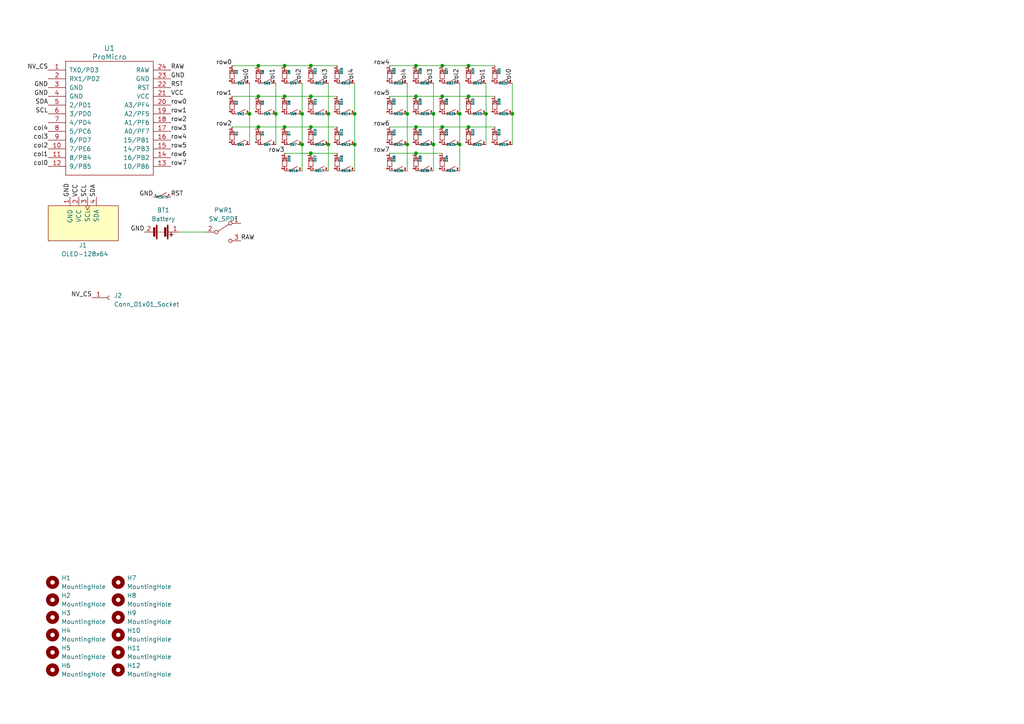
<source format=kicad_sch>
(kicad_sch (version 20230121) (generator eeschema)

  (uuid 31ee86e8-2846-4d2f-8bbd-b1d272a4eb8b)

  (paper "A4")

  (lib_symbols
    (symbol "Connector:Conn_01x01_Socket" (pin_names (offset 1.016) hide) (in_bom yes) (on_board yes)
      (property "Reference" "J" (at 0 2.54 0)
        (effects (font (size 1.27 1.27)))
      )
      (property "Value" "Conn_01x01_Socket" (at 0 -2.54 0)
        (effects (font (size 1.27 1.27)))
      )
      (property "Footprint" "" (at 0 0 0)
        (effects (font (size 1.27 1.27)) hide)
      )
      (property "Datasheet" "~" (at 0 0 0)
        (effects (font (size 1.27 1.27)) hide)
      )
      (property "ki_locked" "" (at 0 0 0)
        (effects (font (size 1.27 1.27)))
      )
      (property "ki_keywords" "connector" (at 0 0 0)
        (effects (font (size 1.27 1.27)) hide)
      )
      (property "ki_description" "Generic connector, single row, 01x01, script generated" (at 0 0 0)
        (effects (font (size 1.27 1.27)) hide)
      )
      (property "ki_fp_filters" "Connector*:*_1x??_*" (at 0 0 0)
        (effects (font (size 1.27 1.27)) hide)
      )
      (symbol "Conn_01x01_Socket_1_1"
        (polyline
          (pts
            (xy -1.27 0)
            (xy -0.508 0)
          )
          (stroke (width 0.1524) (type default))
          (fill (type none))
        )
        (arc (start 0 0.508) (mid -0.5058 0) (end 0 -0.508)
          (stroke (width 0.1524) (type default))
          (fill (type none))
        )
        (pin passive line (at -5.08 0 0) (length 3.81)
          (name "Pin_1" (effects (font (size 1.27 1.27))))
          (number "1" (effects (font (size 1.27 1.27))))
        )
      )
    )
    (symbol "Device:Battery" (pin_names (offset 0) hide) (in_bom yes) (on_board yes)
      (property "Reference" "BT" (at 2.54 2.54 0)
        (effects (font (size 1.27 1.27)) (justify left))
      )
      (property "Value" "Battery" (at 2.54 0 0)
        (effects (font (size 1.27 1.27)) (justify left))
      )
      (property "Footprint" "" (at 0 1.524 90)
        (effects (font (size 1.27 1.27)) hide)
      )
      (property "Datasheet" "~" (at 0 1.524 90)
        (effects (font (size 1.27 1.27)) hide)
      )
      (property "ki_keywords" "batt voltage-source cell" (at 0 0 0)
        (effects (font (size 1.27 1.27)) hide)
      )
      (property "ki_description" "Multiple-cell battery" (at 0 0 0)
        (effects (font (size 1.27 1.27)) hide)
      )
      (symbol "Battery_0_1"
        (rectangle (start -2.032 -1.397) (end 2.032 -1.651)
          (stroke (width 0) (type default))
          (fill (type outline))
        )
        (rectangle (start -2.032 1.778) (end 2.032 1.524)
          (stroke (width 0) (type default))
          (fill (type outline))
        )
        (rectangle (start -1.3208 -1.9812) (end 1.27 -2.4892)
          (stroke (width 0) (type default))
          (fill (type outline))
        )
        (rectangle (start -1.3208 1.1938) (end 1.27 0.6858)
          (stroke (width 0) (type default))
          (fill (type outline))
        )
        (polyline
          (pts
            (xy 0 -1.524)
            (xy 0 -1.27)
          )
          (stroke (width 0) (type default))
          (fill (type none))
        )
        (polyline
          (pts
            (xy 0 -1.016)
            (xy 0 -0.762)
          )
          (stroke (width 0) (type default))
          (fill (type none))
        )
        (polyline
          (pts
            (xy 0 -0.508)
            (xy 0 -0.254)
          )
          (stroke (width 0) (type default))
          (fill (type none))
        )
        (polyline
          (pts
            (xy 0 0)
            (xy 0 0.254)
          )
          (stroke (width 0) (type default))
          (fill (type none))
        )
        (polyline
          (pts
            (xy 0 0.508)
            (xy 0 0.762)
          )
          (stroke (width 0) (type default))
          (fill (type none))
        )
        (polyline
          (pts
            (xy 0 1.778)
            (xy 0 2.54)
          )
          (stroke (width 0) (type default))
          (fill (type none))
        )
        (polyline
          (pts
            (xy 0.254 2.667)
            (xy 1.27 2.667)
          )
          (stroke (width 0.254) (type default))
          (fill (type none))
        )
        (polyline
          (pts
            (xy 0.762 3.175)
            (xy 0.762 2.159)
          )
          (stroke (width 0.254) (type default))
          (fill (type none))
        )
      )
      (symbol "Battery_1_1"
        (pin passive line (at 0 5.08 270) (length 2.54)
          (name "+" (effects (font (size 1.27 1.27))))
          (number "1" (effects (font (size 1.27 1.27))))
        )
        (pin passive line (at 0 -5.08 90) (length 2.54)
          (name "-" (effects (font (size 1.27 1.27))))
          (number "2" (effects (font (size 1.27 1.27))))
        )
      )
    )
    (symbol "Mechanical:MountingHole" (pin_names (offset 1.016)) (in_bom yes) (on_board yes)
      (property "Reference" "H" (at 0 5.08 0)
        (effects (font (size 1.27 1.27)))
      )
      (property "Value" "MountingHole" (at 0 3.175 0)
        (effects (font (size 1.27 1.27)))
      )
      (property "Footprint" "" (at 0 0 0)
        (effects (font (size 1.27 1.27)) hide)
      )
      (property "Datasheet" "~" (at 0 0 0)
        (effects (font (size 1.27 1.27)) hide)
      )
      (property "ki_keywords" "mounting hole" (at 0 0 0)
        (effects (font (size 1.27 1.27)) hide)
      )
      (property "ki_description" "Mounting Hole without connection" (at 0 0 0)
        (effects (font (size 1.27 1.27)) hide)
      )
      (property "ki_fp_filters" "MountingHole*" (at 0 0 0)
        (effects (font (size 1.27 1.27)) hide)
      )
      (symbol "MountingHole_0_1"
        (circle (center 0 0) (radius 1.27)
          (stroke (width 1.27) (type default))
          (fill (type none))
        )
      )
    )
    (symbol "Switch:SW_SPDT" (pin_names (offset 0) hide) (in_bom yes) (on_board yes)
      (property "Reference" "SW" (at 0 4.318 0)
        (effects (font (size 1.27 1.27)))
      )
      (property "Value" "SW_SPDT" (at 0 -5.08 0)
        (effects (font (size 1.27 1.27)))
      )
      (property "Footprint" "" (at 0 0 0)
        (effects (font (size 1.27 1.27)) hide)
      )
      (property "Datasheet" "~" (at 0 0 0)
        (effects (font (size 1.27 1.27)) hide)
      )
      (property "ki_keywords" "switch single-pole double-throw spdt ON-ON" (at 0 0 0)
        (effects (font (size 1.27 1.27)) hide)
      )
      (property "ki_description" "Switch, single pole double throw" (at 0 0 0)
        (effects (font (size 1.27 1.27)) hide)
      )
      (symbol "SW_SPDT_0_0"
        (circle (center -2.032 0) (radius 0.508)
          (stroke (width 0) (type default))
          (fill (type none))
        )
        (circle (center 2.032 -2.54) (radius 0.508)
          (stroke (width 0) (type default))
          (fill (type none))
        )
      )
      (symbol "SW_SPDT_0_1"
        (polyline
          (pts
            (xy -1.524 0.254)
            (xy 1.651 2.286)
          )
          (stroke (width 0) (type default))
          (fill (type none))
        )
        (circle (center 2.032 2.54) (radius 0.508)
          (stroke (width 0) (type default))
          (fill (type none))
        )
      )
      (symbol "SW_SPDT_1_1"
        (pin passive line (at 5.08 2.54 180) (length 2.54)
          (name "A" (effects (font (size 1.27 1.27))))
          (number "1" (effects (font (size 1.27 1.27))))
        )
        (pin passive line (at -5.08 0 0) (length 2.54)
          (name "B" (effects (font (size 1.27 1.27))))
          (number "2" (effects (font (size 1.27 1.27))))
        )
        (pin passive line (at 5.08 -2.54 180) (length 2.54)
          (name "C" (effects (font (size 1.27 1.27))))
          (number "3" (effects (font (size 1.27 1.27))))
        )
      )
    )
    (symbol "display:OLED-128x64" (pin_names (offset 1.016)) (in_bom yes) (on_board yes)
      (property "Reference" "J" (at 0 -11.43 0)
        (effects (font (size 1.27 1.27)))
      )
      (property "Value" "OLED-128x64" (at 0 -7.62 0)
        (effects (font (size 1.27 1.27)))
      )
      (property "Footprint" "display:OLED-128x64" (at 0 -13.97 0)
        (effects (font (size 1.27 1.27)) hide)
      )
      (property "Datasheet" "" (at 1.27 0 90)
        (effects (font (size 1.27 1.27)) hide)
      )
      (symbol "OLED-128x64_0_1"
        (rectangle (start 10.16 -10.16) (end -10.16 0)
          (stroke (width 0) (type default))
          (fill (type background))
        )
      )
      (symbol "OLED-128x64_1_1"
        (pin power_in line (at -3.81 2.54 270) (length 2.54)
          (name "GND" (effects (font (size 1.27 1.27))))
          (number "1" (effects (font (size 1.27 1.27))))
        )
        (pin power_in line (at -1.27 2.54 270) (length 2.54)
          (name "VCC" (effects (font (size 1.27 1.27))))
          (number "2" (effects (font (size 1.27 1.27))))
        )
        (pin input clock (at 1.27 2.54 270) (length 2.54)
          (name "SCL" (effects (font (size 1.27 1.27))))
          (number "3" (effects (font (size 1.27 1.27))))
        )
        (pin bidirectional line (at 3.81 2.54 270) (length 2.54)
          (name "SDA" (effects (font (size 1.27 1.27))))
          (number "4" (effects (font (size 1.27 1.27))))
        )
      )
    )
    (symbol "hazel:D" (in_bom yes) (on_board yes)
      (property "Reference" "D4" (at -1.27 0 0)
        (effects (font (size 0.64 0.64)) (justify left))
      )
      (property "Value" "D" (at -2.54 -1.27 90)
        (effects (font (size 0.63 0.63)) (justify left) hide)
      )
      (property "Footprint" "0-jasonhazel-footprints:D_SOD-123" (at 0 0 0)
        (effects (font (size 1.27 1.27)) hide)
      )
      (property "Datasheet" "" (at 0 0 0)
        (effects (font (size 1.27 1.27)) hide)
      )
      (symbol "D_0_1"
        (rectangle (start -1.27 0.635) (end 1.27 -0.635)
          (stroke (width 0) (type default))
          (fill (type none))
        )
        (polyline
          (pts
            (xy 0.96 0.64)
            (xy 0.96 -0.63)
          )
          (stroke (width 0) (type default))
          (fill (type none))
        )
        (polyline
          (pts
            (xy 0.32 0.64)
            (xy 0.32 -0.63)
            (xy 0.955 0.005)
            (xy 0.32 0.64)
            (xy 0.32 0.64)
          )
          (stroke (width 0) (type default))
          (fill (type none))
        )
      )
      (symbol "D_1_1"
        (pin input line (at 2.54 0 180) (length 1.27)
          (name "" (effects (font (size 0.5 0.5))))
          (number "1" (effects (font (size 0.5 0.5))))
        )
        (pin output line (at -2.54 0 0) (length 1.27)
          (name "" (effects (font (size 0.5 0.5))))
          (number "2" (effects (font (size 0.5 0.5))))
        )
      )
    )
    (symbol "hazel:SW" (in_bom yes) (on_board yes)
      (property "Reference" "SW" (at 0 -1.27 0)
        (effects (font (size 0.75 0.75)))
      )
      (property "Value" "SW" (at 0 2.54 0)
        (effects (font (size 0.75 0.75)))
      )
      (property "Footprint" "" (at 0 0 0)
        (effects (font (size 1.27 1.27)) hide)
      )
      (property "Datasheet" "" (at 0 0 0)
        (effects (font (size 1.27 1.27)) hide)
      )
      (symbol "SW_0_1"
        (polyline
          (pts
            (xy -1.27 0)
            (xy 1.27 1.27)
          )
          (stroke (width 0) (type default))
          (fill (type none))
        )
      )
      (symbol "SW_1_1"
        (pin bidirectional line (at -2.54 0 0) (length 1.27)
          (name "" (effects (font (size 0.5 0.5))))
          (number "1" (effects (font (size 0.5 0.5))))
        )
        (pin bidirectional line (at 2.54 0 180) (length 1.27)
          (name "" (effects (font (size 0.5 0.5))))
          (number "2" (effects (font (size 0.5 0.5))))
        )
      )
    )
    (symbol "keebio:ProMicro" (pin_names (offset 1.016)) (in_bom yes) (on_board yes)
      (property "Reference" "U" (at 0 0 0)
        (effects (font (size 1.524 1.524)))
      )
      (property "Value" "ProMicro" (at 0 -19.05 0)
        (effects (font (size 1.524 1.524)))
      )
      (property "Footprint" "" (at 26.67 -63.5 90)
        (effects (font (size 1.524 1.524)) hide)
      )
      (property "Datasheet" "" (at 26.67 -63.5 90)
        (effects (font (size 1.524 1.524)) hide)
      )
      (symbol "ProMicro_0_1"
        (rectangle (start -12.7 -16.51) (end 12.7 16.51)
          (stroke (width 0) (type solid))
          (fill (type none))
        )
      )
      (symbol "ProMicro_1_1"
        (pin input line (at -17.78 13.97 0) (length 5.08)
          (name "TX0/PD3" (effects (font (size 1.27 1.27))))
          (number "1" (effects (font (size 1.27 1.27))))
        )
        (pin input line (at -17.78 -8.89 0) (length 5.08)
          (name "7/PE6" (effects (font (size 1.27 1.27))))
          (number "10" (effects (font (size 1.27 1.27))))
        )
        (pin input line (at -17.78 -11.43 0) (length 5.08)
          (name "8/PB4" (effects (font (size 1.27 1.27))))
          (number "11" (effects (font (size 1.27 1.27))))
        )
        (pin input line (at -17.78 -13.97 0) (length 5.08)
          (name "9/PB5" (effects (font (size 1.27 1.27))))
          (number "12" (effects (font (size 1.27 1.27))))
        )
        (pin input line (at 17.78 -13.97 180) (length 5.08)
          (name "10/PB6" (effects (font (size 1.27 1.27))))
          (number "13" (effects (font (size 1.27 1.27))))
        )
        (pin input line (at 17.78 -11.43 180) (length 5.08)
          (name "16/PB2" (effects (font (size 1.27 1.27))))
          (number "14" (effects (font (size 1.27 1.27))))
        )
        (pin input line (at 17.78 -8.89 180) (length 5.08)
          (name "14/PB3" (effects (font (size 1.27 1.27))))
          (number "15" (effects (font (size 1.27 1.27))))
        )
        (pin input line (at 17.78 -6.35 180) (length 5.08)
          (name "15/PB1" (effects (font (size 1.27 1.27))))
          (number "16" (effects (font (size 1.27 1.27))))
        )
        (pin input line (at 17.78 -3.81 180) (length 5.08)
          (name "A0/PF7" (effects (font (size 1.27 1.27))))
          (number "17" (effects (font (size 1.27 1.27))))
        )
        (pin input line (at 17.78 -1.27 180) (length 5.08)
          (name "A1/PF6" (effects (font (size 1.27 1.27))))
          (number "18" (effects (font (size 1.27 1.27))))
        )
        (pin input line (at 17.78 1.27 180) (length 5.08)
          (name "A2/PF5" (effects (font (size 1.27 1.27))))
          (number "19" (effects (font (size 1.27 1.27))))
        )
        (pin input line (at -17.78 11.43 0) (length 5.08)
          (name "RX1/PD2" (effects (font (size 1.27 1.27))))
          (number "2" (effects (font (size 1.27 1.27))))
        )
        (pin input line (at 17.78 3.81 180) (length 5.08)
          (name "A3/PF4" (effects (font (size 1.27 1.27))))
          (number "20" (effects (font (size 1.27 1.27))))
        )
        (pin input line (at 17.78 6.35 180) (length 5.08)
          (name "VCC" (effects (font (size 1.27 1.27))))
          (number "21" (effects (font (size 1.27 1.27))))
        )
        (pin input line (at 17.78 8.89 180) (length 5.08)
          (name "RST" (effects (font (size 1.27 1.27))))
          (number "22" (effects (font (size 1.27 1.27))))
        )
        (pin input line (at 17.78 11.43 180) (length 5.08)
          (name "GND" (effects (font (size 1.27 1.27))))
          (number "23" (effects (font (size 1.27 1.27))))
        )
        (pin input line (at 17.78 13.97 180) (length 5.08)
          (name "RAW" (effects (font (size 1.27 1.27))))
          (number "24" (effects (font (size 1.27 1.27))))
        )
        (pin input line (at -17.78 8.89 0) (length 5.08)
          (name "GND" (effects (font (size 1.27 1.27))))
          (number "3" (effects (font (size 1.27 1.27))))
        )
        (pin input line (at -17.78 6.35 0) (length 5.08)
          (name "GND" (effects (font (size 1.27 1.27))))
          (number "4" (effects (font (size 1.27 1.27))))
        )
        (pin input line (at -17.78 3.81 0) (length 5.08)
          (name "2/PD1" (effects (font (size 1.27 1.27))))
          (number "5" (effects (font (size 1.27 1.27))))
        )
        (pin input line (at -17.78 1.27 0) (length 5.08)
          (name "3/PD0" (effects (font (size 1.27 1.27))))
          (number "6" (effects (font (size 1.27 1.27))))
        )
        (pin input line (at -17.78 -1.27 0) (length 5.08)
          (name "4/PD4" (effects (font (size 1.27 1.27))))
          (number "7" (effects (font (size 1.27 1.27))))
        )
        (pin input line (at -17.78 -3.81 0) (length 5.08)
          (name "5/PC6" (effects (font (size 1.27 1.27))))
          (number "8" (effects (font (size 1.27 1.27))))
        )
        (pin input line (at -17.78 -6.35 0) (length 5.08)
          (name "6/PD7" (effects (font (size 1.27 1.27))))
          (number "9" (effects (font (size 1.27 1.27))))
        )
      )
    )
  )

  (junction (at 140.97 33.02) (diameter 0) (color 0 0 0 0)
    (uuid 03fddc40-9193-4ef9-b726-cc35bcdae787)
  )
  (junction (at 133.35 33.02) (diameter 0) (color 0 0 0 0)
    (uuid 0760fba7-46b8-46d4-ad13-2e6145d519de)
  )
  (junction (at 87.63 41.91) (diameter 0) (color 0 0 0 0)
    (uuid 1392986a-4f98-4c19-afc6-82c9a56545e9)
  )
  (junction (at 74.93 36.83) (diameter 0) (color 0 0 0 0)
    (uuid 171836aa-8788-4134-a851-8f27c43e5af0)
  )
  (junction (at 90.17 19.05) (diameter 0) (color 0 0 0 0)
    (uuid 198fb282-7774-4301-b199-bc747065b271)
  )
  (junction (at 133.35 41.91) (diameter 0) (color 0 0 0 0)
    (uuid 1c46095b-7dbe-4671-9efd-0570debab60e)
  )
  (junction (at 135.89 19.05) (diameter 0) (color 0 0 0 0)
    (uuid 23970342-a5f8-4675-9054-88d1416e3da4)
  )
  (junction (at 120.65 44.45) (diameter 0) (color 0 0 0 0)
    (uuid 2440be68-d0a4-40a8-a14e-e0fa1f94f5c7)
  )
  (junction (at 120.65 36.83) (diameter 0) (color 0 0 0 0)
    (uuid 25a9fabc-e293-43d7-8d9a-1b30f25dd4fe)
  )
  (junction (at 135.89 36.83) (diameter 0) (color 0 0 0 0)
    (uuid 2e52613e-14dc-4775-bd34-004ca2f37ce6)
  )
  (junction (at 128.27 27.94) (diameter 0) (color 0 0 0 0)
    (uuid 34e27cea-5d0d-40a6-be62-147c32e730d2)
  )
  (junction (at 135.89 27.94) (diameter 0) (color 0 0 0 0)
    (uuid 385c9c06-080c-4a30-a64c-36df6be42db7)
  )
  (junction (at 95.25 41.91) (diameter 0) (color 0 0 0 0)
    (uuid 410d23be-2980-44ab-84f9-4ddd1ec76724)
  )
  (junction (at 118.11 41.91) (diameter 0) (color 0 0 0 0)
    (uuid 41a7291d-15e7-42d6-a9b1-e187d9aca636)
  )
  (junction (at 95.25 33.02) (diameter 0) (color 0 0 0 0)
    (uuid 468690da-ccc3-43e1-a9cf-feacf8d1d201)
  )
  (junction (at 74.93 27.94) (diameter 0) (color 0 0 0 0)
    (uuid 49df6f7b-bf27-4d9c-be98-442ae1754b1c)
  )
  (junction (at 90.17 44.45) (diameter 0) (color 0 0 0 0)
    (uuid 52ea96f5-9200-4e87-bbd3-94adc3c75bde)
  )
  (junction (at 90.17 36.83) (diameter 0) (color 0 0 0 0)
    (uuid 5530571e-76c9-4fb3-9aaa-e6b28a75c361)
  )
  (junction (at 120.65 19.05) (diameter 0) (color 0 0 0 0)
    (uuid 56c66db4-9cbc-4991-8f81-77f05bad8abc)
  )
  (junction (at 102.87 33.02) (diameter 0) (color 0 0 0 0)
    (uuid 7dde2580-7157-459c-bcc8-665ef5275e8a)
  )
  (junction (at 87.63 33.02) (diameter 0) (color 0 0 0 0)
    (uuid 7e9d954e-018f-4f68-95d5-8d3f8f4a2782)
  )
  (junction (at 125.73 41.91) (diameter 0) (color 0 0 0 0)
    (uuid 8b7d8d1c-0081-4116-909c-197d1fa6914b)
  )
  (junction (at 148.59 33.02) (diameter 0) (color 0 0 0 0)
    (uuid 9b6832fb-1251-49d7-a6e9-a909cbb67f10)
  )
  (junction (at 120.65 27.94) (diameter 0) (color 0 0 0 0)
    (uuid 9e491b81-035a-4771-b002-5dceeff79362)
  )
  (junction (at 128.27 36.83) (diameter 0) (color 0 0 0 0)
    (uuid a0db7841-e57f-48a4-9d0f-0feb4c22d08f)
  )
  (junction (at 118.11 33.02) (diameter 0) (color 0 0 0 0)
    (uuid a46b0a2a-67b0-4849-8b8d-729860c1b337)
  )
  (junction (at 82.55 27.94) (diameter 0) (color 0 0 0 0)
    (uuid a9a973ee-77c3-4fd5-93ba-df03b5dc44b2)
  )
  (junction (at 72.39 33.02) (diameter 0) (color 0 0 0 0)
    (uuid b4fb11c1-1b01-44f1-b699-053efff4bd60)
  )
  (junction (at 102.87 41.91) (diameter 0) (color 0 0 0 0)
    (uuid ccceaf76-13ee-4d81-b7e8-dbe3268b1270)
  )
  (junction (at 74.93 19.05) (diameter 0) (color 0 0 0 0)
    (uuid d31307d1-791e-4f74-8b9e-88d6b8df40ab)
  )
  (junction (at 80.01 33.02) (diameter 0) (color 0 0 0 0)
    (uuid d89c2e0b-ea8e-4464-a2d7-20e2baac11b7)
  )
  (junction (at 82.55 19.05) (diameter 0) (color 0 0 0 0)
    (uuid de68155b-3dee-4369-9949-f9d11bb56616)
  )
  (junction (at 125.73 33.02) (diameter 0) (color 0 0 0 0)
    (uuid ead1d2f6-f056-4c59-b288-b4d54866ceea)
  )
  (junction (at 90.17 27.94) (diameter 0) (color 0 0 0 0)
    (uuid ebb95c8b-ec85-497e-a006-8d25af2b23e7)
  )
  (junction (at 82.55 36.83) (diameter 0) (color 0 0 0 0)
    (uuid eef2ef77-e2e0-4083-bf5e-d0dfe79a10e6)
  )
  (junction (at 128.27 19.05) (diameter 0) (color 0 0 0 0)
    (uuid f53f2222-d3b6-4843-a126-19a4b07a243c)
  )

  (wire (pts (xy 74.93 27.94) (xy 82.55 27.94))
    (stroke (width 0) (type default))
    (uuid 035c91c6-7e89-4a7a-af23-7ded9ccb2cff)
  )
  (wire (pts (xy 113.03 44.45) (xy 120.65 44.45))
    (stroke (width 0) (type default))
    (uuid 041719a9-195f-4f0a-aadc-daf48762e80d)
  )
  (wire (pts (xy 135.89 36.83) (xy 143.51 36.83))
    (stroke (width 0) (type default))
    (uuid 059c84e4-41d7-4e90-b84f-6863f9da7f4b)
  )
  (wire (pts (xy 95.25 24.13) (xy 95.25 33.02))
    (stroke (width 0) (type default))
    (uuid 14905064-e3b9-42b1-9d94-a1702c4e1ff4)
  )
  (wire (pts (xy 74.93 19.05) (xy 82.55 19.05))
    (stroke (width 0) (type default))
    (uuid 24a0c06a-f6bd-4756-902d-95e775e130c7)
  )
  (wire (pts (xy 118.11 33.02) (xy 118.11 41.91))
    (stroke (width 0) (type default))
    (uuid 2958e82d-c4c8-4c75-bdea-a276bff1e224)
  )
  (wire (pts (xy 67.31 27.94) (xy 74.93 27.94))
    (stroke (width 0) (type default))
    (uuid 2b15ef21-8351-4f91-b2ef-9297157177c9)
  )
  (wire (pts (xy 87.63 41.91) (xy 87.63 49.53))
    (stroke (width 0) (type default))
    (uuid 306b7258-e8a8-4285-81a8-fcd63a50fb09)
  )
  (wire (pts (xy 82.55 27.94) (xy 90.17 27.94))
    (stroke (width 0) (type default))
    (uuid 3fee61a1-f83f-444c-9948-e6ea17286334)
  )
  (wire (pts (xy 80.01 24.13) (xy 80.01 33.02))
    (stroke (width 0) (type default))
    (uuid 4fbe717e-f59d-4423-b629-020419a0d1e1)
  )
  (wire (pts (xy 125.73 24.13) (xy 125.73 33.02))
    (stroke (width 0) (type default))
    (uuid 5578bbe9-f9b9-4da7-b02f-bf46c07478ff)
  )
  (wire (pts (xy 82.55 44.45) (xy 90.17 44.45))
    (stroke (width 0) (type default))
    (uuid 572fe881-8f14-45e8-b81d-3466cdd769ac)
  )
  (wire (pts (xy 113.03 27.94) (xy 120.65 27.94))
    (stroke (width 0) (type default))
    (uuid 5d127db3-b3e9-4600-adb8-6bbe3fb02ac4)
  )
  (wire (pts (xy 118.11 41.91) (xy 118.11 49.53))
    (stroke (width 0) (type default))
    (uuid 6082cc85-e3f9-4eac-9008-e3a7c8632585)
  )
  (wire (pts (xy 128.27 19.05) (xy 135.89 19.05))
    (stroke (width 0) (type default))
    (uuid 6338b741-e935-4436-b86f-5e88c1664e36)
  )
  (wire (pts (xy 80.01 33.02) (xy 80.01 41.91))
    (stroke (width 0) (type default))
    (uuid 6671d0c5-ed17-4106-9b25-bf0d875cfb83)
  )
  (wire (pts (xy 90.17 27.94) (xy 97.79 27.94))
    (stroke (width 0) (type default))
    (uuid 6b52a17d-aa32-46d8-9881-f28fa1239a08)
  )
  (wire (pts (xy 148.59 24.13) (xy 148.59 33.02))
    (stroke (width 0) (type default))
    (uuid 702d7b31-9273-43b2-8531-1c70d68cca40)
  )
  (wire (pts (xy 133.35 41.91) (xy 133.35 49.53))
    (stroke (width 0) (type default))
    (uuid 70b81912-56b9-4792-a568-114859231292)
  )
  (wire (pts (xy 120.65 27.94) (xy 128.27 27.94))
    (stroke (width 0) (type default))
    (uuid 71eba537-2dc6-454e-884a-96f343223ec4)
  )
  (wire (pts (xy 120.65 36.83) (xy 128.27 36.83))
    (stroke (width 0) (type default))
    (uuid 799e5da2-2217-4d59-972c-75591d716629)
  )
  (wire (pts (xy 102.87 24.13) (xy 102.87 33.02))
    (stroke (width 0) (type default))
    (uuid 7b9f12bd-7532-4841-bf7e-50deefc6b5a9)
  )
  (wire (pts (xy 140.97 33.02) (xy 140.97 41.91))
    (stroke (width 0) (type default))
    (uuid 7bd35338-3d4e-485e-8a48-d17ac67d83e8)
  )
  (wire (pts (xy 148.59 33.02) (xy 148.59 41.91))
    (stroke (width 0) (type default))
    (uuid 7e17608b-846b-4ea3-97df-fb4307cf6442)
  )
  (wire (pts (xy 135.89 19.05) (xy 143.51 19.05))
    (stroke (width 0) (type default))
    (uuid 7f77a7f0-fa31-427d-93b2-f52a5b57c7d0)
  )
  (wire (pts (xy 125.73 33.02) (xy 125.73 41.91))
    (stroke (width 0) (type default))
    (uuid 7fa1239f-af88-492e-a2cf-8fff1759167f)
  )
  (wire (pts (xy 102.87 33.02) (xy 102.87 41.91))
    (stroke (width 0) (type default))
    (uuid 831b5e0d-93ca-40e9-bfb8-a86fa38ea097)
  )
  (wire (pts (xy 90.17 19.05) (xy 97.79 19.05))
    (stroke (width 0) (type default))
    (uuid 83a1b44a-84eb-4126-9276-1250326f0404)
  )
  (wire (pts (xy 128.27 36.83) (xy 135.89 36.83))
    (stroke (width 0) (type default))
    (uuid 9575dad2-e157-43a1-91f5-e3f7a2973f16)
  )
  (wire (pts (xy 128.27 27.94) (xy 135.89 27.94))
    (stroke (width 0) (type default))
    (uuid 9a241cab-5fe9-43b5-bd03-11a77a972ab2)
  )
  (wire (pts (xy 118.11 24.13) (xy 118.11 33.02))
    (stroke (width 0) (type default))
    (uuid 9b898c05-29e8-4738-bd39-3a806ca95d36)
  )
  (wire (pts (xy 95.25 41.91) (xy 95.25 49.53))
    (stroke (width 0) (type default))
    (uuid a20d583f-c27f-4661-bf5c-94f5b456167e)
  )
  (wire (pts (xy 95.25 33.02) (xy 95.25 41.91))
    (stroke (width 0) (type default))
    (uuid a457e028-7d4f-41d3-b271-1f6bd15af2ed)
  )
  (wire (pts (xy 52.07 67.31) (xy 59.69 67.31))
    (stroke (width 0) (type default))
    (uuid b0199e90-f607-4d8e-a296-f80886c1f172)
  )
  (wire (pts (xy 82.55 19.05) (xy 90.17 19.05))
    (stroke (width 0) (type default))
    (uuid b498761d-bce3-4cef-84a4-189c192ef360)
  )
  (wire (pts (xy 87.63 24.13) (xy 87.63 33.02))
    (stroke (width 0) (type default))
    (uuid bb084351-2e65-4f92-a70e-6f3232e9cb22)
  )
  (wire (pts (xy 90.17 44.45) (xy 97.79 44.45))
    (stroke (width 0) (type default))
    (uuid bf9e64e2-cada-41c9-8cab-0b48827b3b32)
  )
  (wire (pts (xy 133.35 24.13) (xy 133.35 33.02))
    (stroke (width 0) (type default))
    (uuid c363e726-de7b-4b50-b0d5-0feae4174e84)
  )
  (wire (pts (xy 113.03 19.05) (xy 120.65 19.05))
    (stroke (width 0) (type default))
    (uuid c64cd0a2-74ed-4e34-a79b-53d5918f0dbe)
  )
  (wire (pts (xy 67.31 19.05) (xy 74.93 19.05))
    (stroke (width 0) (type default))
    (uuid c71bf607-b9da-4c2a-8052-e30503754c07)
  )
  (wire (pts (xy 133.35 33.02) (xy 133.35 41.91))
    (stroke (width 0) (type default))
    (uuid c7e0b1f9-50f1-4086-b55a-fb10d32074fb)
  )
  (wire (pts (xy 72.39 33.02) (xy 72.39 41.91))
    (stroke (width 0) (type default))
    (uuid c961f950-dec3-4561-88f8-8609fd2f6462)
  )
  (wire (pts (xy 67.31 36.83) (xy 74.93 36.83))
    (stroke (width 0) (type default))
    (uuid ce638351-039e-4a90-9827-0e7150023f97)
  )
  (wire (pts (xy 87.63 33.02) (xy 87.63 41.91))
    (stroke (width 0) (type default))
    (uuid dd503207-6a6b-4d69-9d59-7fbe7d4b5bc0)
  )
  (wire (pts (xy 72.39 24.13) (xy 72.39 33.02))
    (stroke (width 0) (type default))
    (uuid e66277aa-b9ea-4ed9-8c4e-902c38206c3c)
  )
  (wire (pts (xy 82.55 36.83) (xy 90.17 36.83))
    (stroke (width 0) (type default))
    (uuid e9b462fb-0b7f-4ae4-9ff2-b56b5740bed6)
  )
  (wire (pts (xy 90.17 36.83) (xy 97.79 36.83))
    (stroke (width 0) (type default))
    (uuid ece50088-240a-4d34-81fe-fb6bb1b303b4)
  )
  (wire (pts (xy 140.97 24.13) (xy 140.97 33.02))
    (stroke (width 0) (type default))
    (uuid ed5349df-d056-4012-a5df-f36d6dd4f779)
  )
  (wire (pts (xy 135.89 27.94) (xy 143.51 27.94))
    (stroke (width 0) (type default))
    (uuid f0b91ed6-011c-41fd-bf27-38261955d099)
  )
  (wire (pts (xy 120.65 19.05) (xy 128.27 19.05))
    (stroke (width 0) (type default))
    (uuid f5aed4bf-c2d7-4831-90f8-e1991ad518e1)
  )
  (wire (pts (xy 120.65 44.45) (xy 128.27 44.45))
    (stroke (width 0) (type default))
    (uuid f5ed629b-20be-40fc-a8a1-866faefa6354)
  )
  (wire (pts (xy 113.03 36.83) (xy 120.65 36.83))
    (stroke (width 0) (type default))
    (uuid f60a7c91-6e93-4c85-a92a-fda49acc3c9d)
  )
  (wire (pts (xy 125.73 41.91) (xy 125.73 49.53))
    (stroke (width 0) (type default))
    (uuid f723d20b-11e9-4535-b523-4c23686b47c1)
  )
  (wire (pts (xy 102.87 41.91) (xy 102.87 49.53))
    (stroke (width 0) (type default))
    (uuid f88cbb8e-e308-4ac2-894a-b57a9cd440c8)
  )
  (wire (pts (xy 74.93 36.83) (xy 82.55 36.83))
    (stroke (width 0) (type default))
    (uuid ffabb22c-00fe-43a2-8ff4-fd3335c9173f)
  )

  (label "row3" (at 82.55 44.45 180) (fields_autoplaced)
    (effects (font (size 1.27 1.27)) (justify right bottom))
    (uuid 03c21049-0e68-4345-bf21-642de01ab2fb)
  )
  (label "VCC" (at 22.86 57.15 90) (fields_autoplaced)
    (effects (font (size 1.27 1.27)) (justify left bottom))
    (uuid 0c6f7071-fd16-417e-a3dc-a6a0a24a5420)
  )
  (label "GND" (at 41.91 67.31 180) (fields_autoplaced)
    (effects (font (size 1.27 1.27)) (justify right bottom))
    (uuid 14bacb3b-80d3-4392-9c9b-a763f67e2ab7)
  )
  (label "row6" (at 113.03 36.83 180) (fields_autoplaced)
    (effects (font (size 1.27 1.27)) (justify right bottom))
    (uuid 17b57a82-651f-457e-b096-9fd7f5b2f586)
  )
  (label "GND" (at 20.32 57.15 90) (fields_autoplaced)
    (effects (font (size 1.27 1.27)) (justify left bottom))
    (uuid 1bb8275d-8d5a-4415-b09f-8e22c0a7e387)
  )
  (label "RAW" (at 49.53 20.32 0) (fields_autoplaced)
    (effects (font (size 1.27 1.27)) (justify left bottom))
    (uuid 1fa5ca8e-8356-4e2d-b19e-548559142ee2)
  )
  (label "row0" (at 67.31 19.05 180) (fields_autoplaced)
    (effects (font (size 1.27 1.27)) (justify right bottom))
    (uuid 2569ec82-93c8-474c-8384-f8d6d2d3a22d)
  )
  (label "row5" (at 113.03 27.94 180) (fields_autoplaced)
    (effects (font (size 1.27 1.27)) (justify right bottom))
    (uuid 27069885-b3b5-4a7c-9378-ca483d6b43d5)
  )
  (label "col2" (at 87.63 24.13 90) (fields_autoplaced)
    (effects (font (size 1.27 1.27)) (justify left bottom))
    (uuid 2c042ea7-87e4-4261-869c-5eaf6925db18)
  )
  (label "RST" (at 49.53 25.4 0) (fields_autoplaced)
    (effects (font (size 1.27 1.27)) (justify left bottom))
    (uuid 30e75b5f-d5b0-4f6d-afa0-d20e74c63be9)
  )
  (label "NV_CS" (at 13.97 20.32 180) (fields_autoplaced)
    (effects (font (size 1.27 1.27)) (justify right bottom))
    (uuid 31541079-c503-4cc4-8fe2-3d11423bc046)
  )
  (label "GND" (at 13.97 25.4 180) (fields_autoplaced)
    (effects (font (size 1.27 1.27)) (justify right bottom))
    (uuid 32aa2e06-377e-4d5f-92fa-a962dc39e28a)
  )
  (label "row4" (at 49.53 40.64 0) (fields_autoplaced)
    (effects (font (size 1.27 1.27)) (justify left bottom))
    (uuid 37224782-9cf0-44fc-926a-da3bd66b6882)
  )
  (label "row2" (at 49.53 35.56 0) (fields_autoplaced)
    (effects (font (size 1.27 1.27)) (justify left bottom))
    (uuid 3a15d484-ca5e-4c98-84d3-0d75ebfdc8d3)
  )
  (label "col1" (at 80.01 24.13 90) (fields_autoplaced)
    (effects (font (size 1.27 1.27)) (justify left bottom))
    (uuid 3c159526-522e-43b5-82b8-bbdcc2095bf4)
  )
  (label "row2" (at 67.31 36.83 180) (fields_autoplaced)
    (effects (font (size 1.27 1.27)) (justify right bottom))
    (uuid 3dfcd842-7277-4ced-bcea-3dbbf4fafb42)
  )
  (label "RST" (at 49.53 57.15 0) (fields_autoplaced)
    (effects (font (size 1.27 1.27)) (justify left bottom))
    (uuid 4488b086-1b0d-485b-a62f-f482ce034f4c)
  )
  (label "row0" (at 49.53 30.48 0) (fields_autoplaced)
    (effects (font (size 1.27 1.27)) (justify left bottom))
    (uuid 4e87c2bf-bc76-49e0-9bde-1d1713547878)
  )
  (label "col1" (at 13.97 45.72 180) (fields_autoplaced)
    (effects (font (size 1.27 1.27)) (justify right bottom))
    (uuid 5b4fce0b-8861-4067-856a-13b7a48a213f)
  )
  (label "SDA" (at 13.97 30.48 180) (fields_autoplaced)
    (effects (font (size 1.27 1.27)) (justify right bottom))
    (uuid 5c32a6d6-f13b-4cb7-8d7c-f6e103c83844)
  )
  (label "VCC" (at 49.53 27.94 0) (fields_autoplaced)
    (effects (font (size 1.27 1.27)) (justify left bottom))
    (uuid 65a2a778-1ced-4b66-960e-f897206b7383)
  )
  (label "col2" (at 13.97 43.18 180) (fields_autoplaced)
    (effects (font (size 1.27 1.27)) (justify right bottom))
    (uuid 695340c6-c77d-4fc8-bc99-fa22d903e86b)
  )
  (label "row4" (at 113.03 19.05 180) (fields_autoplaced)
    (effects (font (size 1.27 1.27)) (justify right bottom))
    (uuid 69a57217-66ae-41f4-8e90-68519e5a80d8)
  )
  (label "col3" (at 95.25 24.13 90) (fields_autoplaced)
    (effects (font (size 1.27 1.27)) (justify left bottom))
    (uuid 7676cba0-3fcd-4921-86c3-b00e6fb4d3ec)
  )
  (label "col4" (at 13.97 38.1 180) (fields_autoplaced)
    (effects (font (size 1.27 1.27)) (justify right bottom))
    (uuid 7a0ac64f-9943-4760-9539-6e6fe01c815e)
  )
  (label "row6" (at 49.53 45.72 0) (fields_autoplaced)
    (effects (font (size 1.27 1.27)) (justify left bottom))
    (uuid 7be2764c-b76e-4478-9d5b-30a61381dd7c)
  )
  (label "GND" (at 13.97 27.94 180) (fields_autoplaced)
    (effects (font (size 1.27 1.27)) (justify right bottom))
    (uuid 84bd1f00-e4be-4a2d-a0c8-897db16a442a)
  )
  (label "GND" (at 44.45 57.15 180) (fields_autoplaced)
    (effects (font (size 1.27 1.27)) (justify right bottom))
    (uuid 8da0b7fb-4799-4935-a58c-aa2e493d4bf1)
  )
  (label "col4" (at 118.11 24.13 90) (fields_autoplaced)
    (effects (font (size 1.27 1.27)) (justify left bottom))
    (uuid 90a670ee-fce8-4de7-b198-b2df7e890e82)
  )
  (label "NV_CS" (at 26.67 86.36 180) (fields_autoplaced)
    (effects (font (size 1.27 1.27)) (justify right bottom))
    (uuid a385ebe7-4df2-4521-bfb8-fc45a821cf91)
  )
  (label "row5" (at 49.53 43.18 0) (fields_autoplaced)
    (effects (font (size 1.27 1.27)) (justify left bottom))
    (uuid a4696434-ee9e-46dd-b5c9-41e8c59feb34)
  )
  (label "col0" (at 13.97 48.26 180) (fields_autoplaced)
    (effects (font (size 1.27 1.27)) (justify right bottom))
    (uuid a84fac26-7cab-4cbe-975d-a9f6f6c60a79)
  )
  (label "row3" (at 49.53 38.1 0) (fields_autoplaced)
    (effects (font (size 1.27 1.27)) (justify left bottom))
    (uuid acebf19a-1a3b-4ddb-aec4-14fdd8100129)
  )
  (label "row1" (at 67.31 27.94 180) (fields_autoplaced)
    (effects (font (size 1.27 1.27)) (justify right bottom))
    (uuid b8b89e0e-8e1c-4d7c-9a78-2088805cbbb1)
  )
  (label "col2" (at 133.35 24.13 90) (fields_autoplaced)
    (effects (font (size 1.27 1.27)) (justify left bottom))
    (uuid bbdbfecb-2ee3-4e2a-b5ce-6dfda8102ed4)
  )
  (label "SDA" (at 27.94 57.15 90) (fields_autoplaced)
    (effects (font (size 1.27 1.27)) (justify left bottom))
    (uuid bda858cb-4983-4a30-b08b-5d5bae3b0bb7)
  )
  (label "row7" (at 113.03 44.45 180) (fields_autoplaced)
    (effects (font (size 1.27 1.27)) (justify right bottom))
    (uuid c5f88926-15a5-4e2a-a2ef-757707db7987)
  )
  (label "row7" (at 49.53 48.26 0) (fields_autoplaced)
    (effects (font (size 1.27 1.27)) (justify left bottom))
    (uuid c9c1f713-6342-485b-b1f2-a41bbb860900)
  )
  (label "col4" (at 102.87 24.13 90) (fields_autoplaced)
    (effects (font (size 1.27 1.27)) (justify left bottom))
    (uuid cd8a0add-4fb2-42ba-9222-7ab9f75b79b5)
  )
  (label "row1" (at 49.53 33.02 0) (fields_autoplaced)
    (effects (font (size 1.27 1.27)) (justify left bottom))
    (uuid ceb9f643-4354-4c34-954a-ec8f2b6789de)
  )
  (label "col3" (at 125.73 24.13 90) (fields_autoplaced)
    (effects (font (size 1.27 1.27)) (justify left bottom))
    (uuid d94b8260-8598-4b15-9595-12baa72a6c24)
  )
  (label "col1" (at 140.97 24.13 90) (fields_autoplaced)
    (effects (font (size 1.27 1.27)) (justify left bottom))
    (uuid e0e85a97-7727-4c6d-91f9-c879d38c6ec4)
  )
  (label "col0" (at 72.39 24.13 90) (fields_autoplaced)
    (effects (font (size 1.27 1.27)) (justify left bottom))
    (uuid e32cdbf2-215b-4e18-89c2-27138b777d7c)
  )
  (label "RAW" (at 69.85 69.85 0) (fields_autoplaced)
    (effects (font (size 1.27 1.27)) (justify left bottom))
    (uuid e578d739-5bf3-4674-965b-dcc92b76d1dc)
  )
  (label "col0" (at 148.59 24.13 90) (fields_autoplaced)
    (effects (font (size 1.27 1.27)) (justify left bottom))
    (uuid e74aed41-4296-4225-a029-a12ea161ca3f)
  )
  (label "SCL" (at 25.4 57.15 90) (fields_autoplaced)
    (effects (font (size 1.27 1.27)) (justify left bottom))
    (uuid e96ffdb1-5f75-4561-91ac-8a653193bda6)
  )
  (label "col3" (at 13.97 40.64 180) (fields_autoplaced)
    (effects (font (size 1.27 1.27)) (justify right bottom))
    (uuid f1ed959c-36b3-471b-a146-9387dc76825e)
  )
  (label "SCL" (at 13.97 33.02 180) (fields_autoplaced)
    (effects (font (size 1.27 1.27)) (justify right bottom))
    (uuid f86f79c5-aef3-4091-9c29-e55b7948aff5)
  )
  (label "GND" (at 49.53 22.86 0) (fields_autoplaced)
    (effects (font (size 1.27 1.27)) (justify left bottom))
    (uuid febde1d7-729f-4e94-ba8c-e0b4068ccc2b)
  )

  (symbol (lib_id "hazel:D") (at 97.79 39.37 90) (unit 1)
    (in_bom yes) (on_board yes) (dnp no)
    (uuid 016679f5-b89e-4fba-b129-71894cbe84a5)
    (property "Reference" "D13" (at 99.06 39.37 0)
      (effects (font (size 0.64 0.64)) (justify left))
    )
    (property "Value" "D" (at 100.33 38.1 90)
      (effects (font (size 0.63 0.63)) (justify left) hide)
    )
    (property "Footprint" "0-jasonhazel-footprints:D_SOD-123_via" (at 97.79 39.37 0)
      (effects (font (size 1.27 1.27)) hide)
    )
    (property "Datasheet" "" (at 97.79 39.37 0)
      (effects (font (size 1.27 1.27)) hide)
    )
    (pin "1" (uuid ad62c7ed-5b58-4292-a06e-3d32524d4e71))
    (pin "2" (uuid 90f4d507-146d-42b3-841e-cd06cb24617e))
    (instances
      (project "ortho_wings"
        (path "/31ee86e8-2846-4d2f-8bbd-b1d272a4eb8b"
          (reference "D13") (unit 1)
        )
      )
    )
  )

  (symbol (lib_id "hazel:SW") (at 85.09 41.91 0) (unit 1)
    (in_bom yes) (on_board yes) (dnp no)
    (uuid 0784b284-627f-46a9-a0d4-5fcbc633a8d6)
    (property "Reference" "SW7" (at 85.09 41.91 0)
      (effects (font (size 0.64 0.64)))
    )
    (property "Value" "SW" (at 85.09 40.64 0)
      (effects (font (size 0.75 0.75)) hide)
    )
    (property "Footprint" "0-jasonhazel-footprints:jh-choc" (at 85.09 41.91 0)
      (effects (font (size 1.27 1.27)) hide)
    )
    (property "Datasheet" "" (at 85.09 41.91 0)
      (effects (font (size 1.27 1.27)) hide)
    )
    (pin "1" (uuid 679f77bf-2c87-41f0-a89d-339b3d8c3301))
    (pin "2" (uuid ea238c32-7943-4c11-a257-620e39dd0196))
    (instances
      (project "ortho_wings"
        (path "/31ee86e8-2846-4d2f-8bbd-b1d272a4eb8b"
          (reference "SW7") (unit 1)
        )
      )
    )
  )

  (symbol (lib_id "hazel:D") (at 82.55 21.59 90) (unit 1)
    (in_bom yes) (on_board yes) (dnp no)
    (uuid 07913108-7621-4293-af99-27855fdc125b)
    (property "Reference" "D9" (at 83.82 21.59 0)
      (effects (font (size 0.64 0.64)) (justify left))
    )
    (property "Value" "D" (at 85.09 20.32 90)
      (effects (font (size 0.63 0.63)) (justify left) hide)
    )
    (property "Footprint" "0-jasonhazel-footprints:D_SOD-123_via" (at 82.55 21.59 0)
      (effects (font (size 1.27 1.27)) hide)
    )
    (property "Datasheet" "" (at 82.55 21.59 0)
      (effects (font (size 1.27 1.27)) hide)
    )
    (pin "1" (uuid 52f87289-e3ee-4701-a1b3-341bf4178b25))
    (pin "2" (uuid f79c1aa2-9df7-4f2d-8117-290d422aa364))
    (instances
      (project "ortho_wings"
        (path "/31ee86e8-2846-4d2f-8bbd-b1d272a4eb8b"
          (reference "D9") (unit 1)
        )
      )
    )
  )

  (symbol (lib_id "keebio:ProMicro") (at 31.75 34.29 0) (unit 1)
    (in_bom yes) (on_board yes) (dnp no) (fields_autoplaced)
    (uuid 0a0fa522-0504-4c8a-937b-4fcac6876c7b)
    (property "Reference" "U1" (at 31.75 13.97 0)
      (effects (font (size 1.524 1.524)))
    )
    (property "Value" "ProMicro" (at 31.75 16.51 0)
      (effects (font (size 1.524 1.524)))
    )
    (property "Footprint" "0-jasonhazel-footprints:ArduinoProMicro" (at 58.42 97.79 90)
      (effects (font (size 1.524 1.524)) hide)
    )
    (property "Datasheet" "" (at 58.42 97.79 90)
      (effects (font (size 1.524 1.524)) hide)
    )
    (pin "1" (uuid aa11a2ed-a57a-4b50-a3df-80b6893a48f4))
    (pin "10" (uuid e3662422-925a-42a3-92cf-1e46b576ecef))
    (pin "11" (uuid 565e46db-2543-4a54-b554-e02982551244))
    (pin "12" (uuid 732c5208-ba2d-4b99-aa09-79e829e207e5))
    (pin "13" (uuid 089f2d7a-03bf-4ae3-a7ea-3af180681cef))
    (pin "14" (uuid d1599ce2-9dfd-4aea-bcc8-dc841b134292))
    (pin "15" (uuid 5c197592-2580-4ef2-ab02-98dd7d6568b0))
    (pin "16" (uuid 4b6906e3-ff74-468a-8574-0bb03f2e417e))
    (pin "17" (uuid c2d1027c-3ea1-4ee6-a6a6-940e6742777b))
    (pin "18" (uuid ce9941f6-fc51-42c7-84f3-7dd1c1e2d5ec))
    (pin "19" (uuid 9c0240c3-690c-4d8d-9d93-918c13b94cff))
    (pin "2" (uuid 47430b83-90e8-48d1-9869-e7590bfe1784))
    (pin "20" (uuid 94431cec-64c7-4d6b-bdef-3c464b304708))
    (pin "21" (uuid 622be3e1-3c1f-4d1d-978a-998beefa016a))
    (pin "22" (uuid dc36b876-c848-4e5a-b1f2-de0018960baa))
    (pin "23" (uuid f05e24f7-c653-4e6b-a427-d4b96aeb3ec9))
    (pin "24" (uuid 6f5c2eba-c078-483a-ace9-798bea4b30a3))
    (pin "3" (uuid bba57568-ec5b-4e13-b4b3-ef159b6f4de3))
    (pin "4" (uuid ec58b3cc-57a6-4fc1-a9f4-937b5e64e025))
    (pin "5" (uuid 28ffb6bd-f7f2-4581-91a7-63e395ab4e0a))
    (pin "6" (uuid 0aad48d1-0ba2-41a9-84c4-5364964ce15e))
    (pin "7" (uuid a711783a-26ec-4d8d-a496-633738deba09))
    (pin "8" (uuid 5a526050-db12-4018-8346-bba4fc5a211a))
    (pin "9" (uuid 28621d94-cccc-45e0-a90a-601f4e7a170f))
    (instances
      (project "ortho_wings"
        (path "/31ee86e8-2846-4d2f-8bbd-b1d272a4eb8b"
          (reference "U1") (unit 1)
        )
      )
    )
  )

  (symbol (lib_id "hazel:SW") (at 92.71 33.02 0) (unit 1)
    (in_bom yes) (on_board yes) (dnp no)
    (uuid 0aae2ee3-510e-4005-a1cc-cb8983192877)
    (property "Reference" "SW11" (at 92.71 33.02 0)
      (effects (font (size 0.64 0.64)))
    )
    (property "Value" "SW" (at 92.71 31.75 0)
      (effects (font (size 0.75 0.75)) hide)
    )
    (property "Footprint" "0-jasonhazel-footprints:jh-choc" (at 92.71 33.02 0)
      (effects (font (size 1.27 1.27)) hide)
    )
    (property "Datasheet" "" (at 92.71 33.02 0)
      (effects (font (size 1.27 1.27)) hide)
    )
    (pin "1" (uuid 141da4da-5fbf-48c1-a1c4-4e3d202a2028))
    (pin "2" (uuid fa2abfc1-fbb0-4cf4-8393-fb1b78212b25))
    (instances
      (project "ortho_wings"
        (path "/31ee86e8-2846-4d2f-8bbd-b1d272a4eb8b"
          (reference "SW11") (unit 1)
        )
      )
    )
  )

  (symbol (lib_id "hazel:SW") (at 123.19 33.02 0) (unit 1)
    (in_bom yes) (on_board yes) (dnp no)
    (uuid 0b3f67df-45b7-4d74-97c6-584d5a7cb9b5)
    (property "Reference" "SW29" (at 123.19 33.02 0)
      (effects (font (size 0.64 0.64)))
    )
    (property "Value" "SW" (at 123.19 31.75 0)
      (effects (font (size 0.75 0.75)) hide)
    )
    (property "Footprint" "0-jasonhazel-footprints:jh-choc" (at 123.19 33.02 0)
      (effects (font (size 1.27 1.27)) hide)
    )
    (property "Datasheet" "" (at 123.19 33.02 0)
      (effects (font (size 1.27 1.27)) hide)
    )
    (pin "1" (uuid 84a2da55-0e75-4576-8d6d-177b60d3e4b9))
    (pin "2" (uuid aaee32af-0b2d-4f63-8d56-ee458db2555f))
    (instances
      (project "ortho_wings"
        (path "/31ee86e8-2846-4d2f-8bbd-b1d272a4eb8b"
          (reference "SW29") (unit 1)
        )
      )
    )
  )

  (symbol (lib_id "hazel:SW") (at 77.47 33.02 0) (unit 1)
    (in_bom yes) (on_board yes) (dnp no)
    (uuid 0d213448-2152-4fe9-b498-1388637644c6)
    (property "Reference" "SW5" (at 77.47 33.02 0)
      (effects (font (size 0.64 0.64)))
    )
    (property "Value" "SW" (at 77.47 31.75 0)
      (effects (font (size 0.75 0.75)) hide)
    )
    (property "Footprint" "0-jasonhazel-footprints:jh-choc" (at 77.47 33.02 0)
      (effects (font (size 1.27 1.27)) hide)
    )
    (property "Datasheet" "" (at 77.47 33.02 0)
      (effects (font (size 1.27 1.27)) hide)
    )
    (pin "1" (uuid 35a88647-e99e-4d19-b7ec-af84745f7dd5))
    (pin "2" (uuid aab1f9a5-79aa-4944-9d61-392ac802404e))
    (instances
      (project "ortho_wings"
        (path "/31ee86e8-2846-4d2f-8bbd-b1d272a4eb8b"
          (reference "SW5") (unit 1)
        )
      )
    )
  )

  (symbol (lib_id "Mechanical:MountingHole") (at 15.24 179.07 0) (unit 1)
    (in_bom yes) (on_board yes) (dnp no) (fields_autoplaced)
    (uuid 0d8df2c2-96b4-41d3-8669-6b6aa7a105e6)
    (property "Reference" "H3" (at 17.78 177.7999 0)
      (effects (font (size 1.27 1.27)) (justify left))
    )
    (property "Value" "MountingHole" (at 17.78 180.3399 0)
      (effects (font (size 1.27 1.27)) (justify left))
    )
    (property "Footprint" "0-jasonhazel-footprints:MountingHole_3.2mm_M3_thinpad" (at 15.24 179.07 0)
      (effects (font (size 1.27 1.27)) hide)
    )
    (property "Datasheet" "~" (at 15.24 179.07 0)
      (effects (font (size 1.27 1.27)) hide)
    )
    (instances
      (project "ortho_wings"
        (path "/31ee86e8-2846-4d2f-8bbd-b1d272a4eb8b"
          (reference "H3") (unit 1)
        )
      )
    )
  )

  (symbol (lib_id "hazel:SW") (at 100.33 49.53 0) (unit 1)
    (in_bom yes) (on_board yes) (dnp no)
    (uuid 0fca27fa-0741-4c0f-ab77-1fa2b859f4d7)
    (property "Reference" "SW18" (at 100.33 49.53 0)
      (effects (font (size 0.64 0.64)))
    )
    (property "Value" "SW" (at 100.33 48.26 0)
      (effects (font (size 0.75 0.75)) hide)
    )
    (property "Footprint" "0-jasonhazel-footprints:jh-choc" (at 100.33 49.53 0)
      (effects (font (size 1.27 1.27)) hide)
    )
    (property "Datasheet" "" (at 100.33 49.53 0)
      (effects (font (size 1.27 1.27)) hide)
    )
    (pin "1" (uuid 8c39aa51-2d62-4def-87af-2c93d2151861))
    (pin "2" (uuid 212c45fc-bd9b-47ae-b3f5-4505fd929e96))
    (instances
      (project "ortho_wings"
        (path "/31ee86e8-2846-4d2f-8bbd-b1d272a4eb8b"
          (reference "SW18") (unit 1)
        )
      )
    )
  )

  (symbol (lib_id "Mechanical:MountingHole") (at 34.29 184.15 0) (unit 1)
    (in_bom yes) (on_board yes) (dnp no) (fields_autoplaced)
    (uuid 1578d7c2-44db-47dc-92f7-1ec8a7ee3ff6)
    (property "Reference" "H10" (at 36.83 182.8799 0)
      (effects (font (size 1.27 1.27)) (justify left))
    )
    (property "Value" "MountingHole" (at 36.83 185.4199 0)
      (effects (font (size 1.27 1.27)) (justify left))
    )
    (property "Footprint" "0-jasonhazel-footprints:MountingHole_3.2mm_M3_thinpad" (at 34.29 184.15 0)
      (effects (font (size 1.27 1.27)) hide)
    )
    (property "Datasheet" "~" (at 34.29 184.15 0)
      (effects (font (size 1.27 1.27)) hide)
    )
    (instances
      (project "ortho_wings"
        (path "/31ee86e8-2846-4d2f-8bbd-b1d272a4eb8b"
          (reference "H10") (unit 1)
        )
      )
    )
  )

  (symbol (lib_id "hazel:SW") (at 69.85 41.91 0) (unit 1)
    (in_bom yes) (on_board yes) (dnp no)
    (uuid 19a45caf-4b9f-4080-940b-e565d10c811f)
    (property "Reference" "SW1" (at 69.85 41.91 0)
      (effects (font (size 0.64 0.64)))
    )
    (property "Value" "SW" (at 69.85 40.64 0)
      (effects (font (size 0.75 0.75)) hide)
    )
    (property "Footprint" "0-jasonhazel-footprints:jh-choc" (at 69.85 41.91 0)
      (effects (font (size 1.27 1.27)) hide)
    )
    (property "Datasheet" "" (at 69.85 41.91 0)
      (effects (font (size 1.27 1.27)) hide)
    )
    (pin "1" (uuid 650a858b-0555-487a-9ec0-e8fdc5445827))
    (pin "2" (uuid 9434beda-3f75-4175-9624-995fca90902b))
    (instances
      (project "ortho_wings"
        (path "/31ee86e8-2846-4d2f-8bbd-b1d272a4eb8b"
          (reference "SW1") (unit 1)
        )
      )
    )
  )

  (symbol (lib_id "hazel:SW") (at 138.43 24.13 0) (unit 1)
    (in_bom yes) (on_board yes) (dnp no)
    (uuid 19b4a12a-1ea0-44af-9ba1-95653cfaa763)
    (property "Reference" "SW24" (at 138.43 24.13 0)
      (effects (font (size 0.64 0.64)))
    )
    (property "Value" "SW" (at 138.43 22.86 0)
      (effects (font (size 0.75 0.75)) hide)
    )
    (property "Footprint" "0-jasonhazel-footprints:jh-choc" (at 138.43 24.13 0)
      (effects (font (size 1.27 1.27)) hide)
    )
    (property "Datasheet" "" (at 138.43 24.13 0)
      (effects (font (size 1.27 1.27)) hide)
    )
    (pin "1" (uuid c7f47ca1-18b0-4172-8dc6-94adb9369f71))
    (pin "2" (uuid b2f0b19a-8a83-4bc9-961b-e80f03086500))
    (instances
      (project "ortho_wings"
        (path "/31ee86e8-2846-4d2f-8bbd-b1d272a4eb8b"
          (reference "SW24") (unit 1)
        )
      )
    )
  )

  (symbol (lib_id "hazel:D") (at 74.93 39.37 90) (unit 1)
    (in_bom yes) (on_board yes) (dnp no)
    (uuid 1c6bb9ac-e2f9-4a03-9633-730fca6c764c)
    (property "Reference" "D4" (at 76.2 39.37 0)
      (effects (font (size 0.64 0.64)) (justify left))
    )
    (property "Value" "D" (at 77.47 38.1 90)
      (effects (font (size 0.63 0.63)) (justify left) hide)
    )
    (property "Footprint" "0-jasonhazel-footprints:D_SOD-123_via" (at 74.93 39.37 0)
      (effects (font (size 1.27 1.27)) hide)
    )
    (property "Datasheet" "" (at 74.93 39.37 0)
      (effects (font (size 1.27 1.27)) hide)
    )
    (pin "1" (uuid e1a907b0-0608-4eda-9b07-a45d89918008))
    (pin "2" (uuid b5aa643c-4c9a-43f5-98e3-74c74c4c4c98))
    (instances
      (project "ortho_wings"
        (path "/31ee86e8-2846-4d2f-8bbd-b1d272a4eb8b"
          (reference "D4") (unit 1)
        )
      )
    )
  )

  (symbol (lib_id "Device:Battery") (at 46.99 67.31 270) (unit 1)
    (in_bom yes) (on_board yes) (dnp no) (fields_autoplaced)
    (uuid 20887bca-7bf6-4348-9985-bbf2ca60cac7)
    (property "Reference" "BT1" (at 47.371 60.96 90)
      (effects (font (size 1.27 1.27)))
    )
    (property "Value" "Battery" (at 47.371 63.5 90)
      (effects (font (size 1.27 1.27)))
    )
    (property "Footprint" "0-jasonhazel-footprints:3JST_BAT" (at 48.514 67.31 90)
      (effects (font (size 1.27 1.27)) hide)
    )
    (property "Datasheet" "~" (at 48.514 67.31 90)
      (effects (font (size 1.27 1.27)) hide)
    )
    (pin "1" (uuid 3a084a8f-f875-4f41-9e4a-7f83d91670b5))
    (pin "2" (uuid eca7b136-8ebc-4a77-a914-6f1b8533dded))
    (instances
      (project "ortho_wings"
        (path "/31ee86e8-2846-4d2f-8bbd-b1d272a4eb8b"
          (reference "BT1") (unit 1)
        )
      )
    )
  )

  (symbol (lib_id "Mechanical:MountingHole") (at 34.29 194.31 0) (unit 1)
    (in_bom yes) (on_board yes) (dnp no) (fields_autoplaced)
    (uuid 20b43606-c56e-4500-a5e3-54066be4a6d6)
    (property "Reference" "H12" (at 36.83 193.0399 0)
      (effects (font (size 1.27 1.27)) (justify left))
    )
    (property "Value" "MountingHole" (at 36.83 195.5799 0)
      (effects (font (size 1.27 1.27)) (justify left))
    )
    (property "Footprint" "0-jasonhazel-footprints:MountingHole_3.2mm_M3_thinpad" (at 34.29 194.31 0)
      (effects (font (size 1.27 1.27)) hide)
    )
    (property "Datasheet" "~" (at 34.29 194.31 0)
      (effects (font (size 1.27 1.27)) hide)
    )
    (instances
      (project "ortho_wings"
        (path "/31ee86e8-2846-4d2f-8bbd-b1d272a4eb8b"
          (reference "H12") (unit 1)
        )
      )
    )
  )

  (symbol (lib_id "Connector:Conn_01x01_Socket") (at 31.75 86.36 0) (unit 1)
    (in_bom yes) (on_board yes) (dnp no) (fields_autoplaced)
    (uuid 20e0eeac-2db0-47e1-8d4a-841088fa888d)
    (property "Reference" "J2" (at 33.02 85.725 0)
      (effects (font (size 1.27 1.27)) (justify left))
    )
    (property "Value" "Conn_01x01_Socket" (at 33.02 88.265 0)
      (effects (font (size 1.27 1.27)) (justify left))
    )
    (property "Footprint" "0-jasonhazel-footprints:CS_PIN" (at 31.75 86.36 0)
      (effects (font (size 1.27 1.27)) hide)
    )
    (property "Datasheet" "~" (at 31.75 86.36 0)
      (effects (font (size 1.27 1.27)) hide)
    )
    (pin "1" (uuid 77fc5747-19c8-45e2-b5c0-cca1b4b6cfef))
    (instances
      (project "ortho_wings"
        (path "/31ee86e8-2846-4d2f-8bbd-b1d272a4eb8b"
          (reference "J2") (unit 1)
        )
      )
    )
  )

  (symbol (lib_id "Mechanical:MountingHole") (at 34.29 168.91 0) (unit 1)
    (in_bom yes) (on_board yes) (dnp no) (fields_autoplaced)
    (uuid 22281982-3c1e-4973-915a-46e5c7519d46)
    (property "Reference" "H7" (at 36.83 167.6399 0)
      (effects (font (size 1.27 1.27)) (justify left))
    )
    (property "Value" "MountingHole" (at 36.83 170.1799 0)
      (effects (font (size 1.27 1.27)) (justify left))
    )
    (property "Footprint" "0-jasonhazel-footprints:MountingHole_3.2mm_M3_thinpad" (at 34.29 168.91 0)
      (effects (font (size 1.27 1.27)) hide)
    )
    (property "Datasheet" "~" (at 34.29 168.91 0)
      (effects (font (size 1.27 1.27)) hide)
    )
    (instances
      (project "ortho_wings"
        (path "/31ee86e8-2846-4d2f-8bbd-b1d272a4eb8b"
          (reference "H7") (unit 1)
        )
      )
    )
  )

  (symbol (lib_id "hazel:D") (at 97.79 21.59 90) (unit 1)
    (in_bom yes) (on_board yes) (dnp no)
    (uuid 279e96e6-3421-4d17-acf7-7f1f5dcd03cb)
    (property "Reference" "D15" (at 99.06 21.59 0)
      (effects (font (size 0.64 0.64)) (justify left))
    )
    (property "Value" "D" (at 100.33 20.32 90)
      (effects (font (size 0.63 0.63)) (justify left) hide)
    )
    (property "Footprint" "0-jasonhazel-footprints:D_SOD-123_via" (at 97.79 21.59 0)
      (effects (font (size 1.27 1.27)) hide)
    )
    (property "Datasheet" "" (at 97.79 21.59 0)
      (effects (font (size 1.27 1.27)) hide)
    )
    (pin "1" (uuid eda3f986-4848-4424-b3bd-c59edb611e88))
    (pin "2" (uuid 7cdcab01-70e6-4172-a125-adb15399df22))
    (instances
      (project "ortho_wings"
        (path "/31ee86e8-2846-4d2f-8bbd-b1d272a4eb8b"
          (reference "D15") (unit 1)
        )
      )
    )
  )

  (symbol (lib_id "hazel:SW") (at 130.81 33.02 0) (unit 1)
    (in_bom yes) (on_board yes) (dnp no)
    (uuid 30324d81-0b5d-4fe1-b22c-c849b8bbb7b8)
    (property "Reference" "SW26" (at 130.81 33.02 0)
      (effects (font (size 0.64 0.64)))
    )
    (property "Value" "SW" (at 130.81 31.75 0)
      (effects (font (size 0.75 0.75)) hide)
    )
    (property "Footprint" "0-jasonhazel-footprints:jh-choc" (at 130.81 33.02 0)
      (effects (font (size 1.27 1.27)) hide)
    )
    (property "Datasheet" "" (at 130.81 33.02 0)
      (effects (font (size 1.27 1.27)) hide)
    )
    (pin "1" (uuid 02c95975-5b38-4b33-946f-656f4f825271))
    (pin "2" (uuid 4d412eab-b7f3-423e-9fda-0de93741a86a))
    (instances
      (project "ortho_wings"
        (path "/31ee86e8-2846-4d2f-8bbd-b1d272a4eb8b"
          (reference "SW26") (unit 1)
        )
      )
    )
  )

  (symbol (lib_id "hazel:SW") (at 92.71 24.13 0) (unit 1)
    (in_bom yes) (on_board yes) (dnp no)
    (uuid 350be4f2-dbff-419f-933d-315dccd35b15)
    (property "Reference" "SW12" (at 92.71 24.13 0)
      (effects (font (size 0.64 0.64)))
    )
    (property "Value" "SW" (at 92.71 22.86 0)
      (effects (font (size 0.75 0.75)) hide)
    )
    (property "Footprint" "0-jasonhazel-footprints:jh-choc" (at 92.71 24.13 0)
      (effects (font (size 1.27 1.27)) hide)
    )
    (property "Datasheet" "" (at 92.71 24.13 0)
      (effects (font (size 1.27 1.27)) hide)
    )
    (pin "1" (uuid 7ae274a6-d846-4ba1-b76f-b8e3b970d024))
    (pin "2" (uuid 9310f19f-fa21-4692-9db9-812273b01367))
    (instances
      (project "ortho_wings"
        (path "/31ee86e8-2846-4d2f-8bbd-b1d272a4eb8b"
          (reference "SW12") (unit 1)
        )
      )
    )
  )

  (symbol (lib_id "Mechanical:MountingHole") (at 15.24 194.31 0) (unit 1)
    (in_bom yes) (on_board yes) (dnp no) (fields_autoplaced)
    (uuid 3df15885-2a26-410a-bc6f-34661e0c19c4)
    (property "Reference" "H6" (at 17.78 193.0399 0)
      (effects (font (size 1.27 1.27)) (justify left))
    )
    (property "Value" "MountingHole" (at 17.78 195.5799 0)
      (effects (font (size 1.27 1.27)) (justify left))
    )
    (property "Footprint" "0-jasonhazel-footprints:MountingHole_3.2mm_M3_thinpad" (at 15.24 194.31 0)
      (effects (font (size 1.27 1.27)) hide)
    )
    (property "Datasheet" "~" (at 15.24 194.31 0)
      (effects (font (size 1.27 1.27)) hide)
    )
    (instances
      (project "ortho_wings"
        (path "/31ee86e8-2846-4d2f-8bbd-b1d272a4eb8b"
          (reference "H6") (unit 1)
        )
      )
    )
  )

  (symbol (lib_id "hazel:D") (at 128.27 39.37 90) (unit 1)
    (in_bom yes) (on_board yes) (dnp no)
    (uuid 3f56ded0-d7fc-4e47-b412-9d9acab10136)
    (property "Reference" "D25" (at 129.54 39.37 0)
      (effects (font (size 0.64 0.64)) (justify left))
    )
    (property "Value" "D" (at 130.81 38.1 90)
      (effects (font (size 0.63 0.63)) (justify left) hide)
    )
    (property "Footprint" "0-jasonhazel-footprints:D_SOD-123_via" (at 128.27 39.37 0)
      (effects (font (size 1.27 1.27)) hide)
    )
    (property "Datasheet" "" (at 128.27 39.37 0)
      (effects (font (size 1.27 1.27)) hide)
    )
    (pin "1" (uuid 9655b2cc-06a2-41a2-a83a-d8110dcb411c))
    (pin "2" (uuid 0b429c02-e1fc-4834-967c-843b12229924))
    (instances
      (project "ortho_wings"
        (path "/31ee86e8-2846-4d2f-8bbd-b1d272a4eb8b"
          (reference "D25") (unit 1)
        )
      )
    )
  )

  (symbol (lib_id "display:OLED-128x64") (at 24.13 59.69 0) (unit 1)
    (in_bom yes) (on_board yes) (dnp no)
    (uuid 3ffaf562-6eba-4964-a1fe-a369b9e1d66c)
    (property "Reference" "J1" (at 22.86 71.12 0)
      (effects (font (size 1.27 1.27)) (justify left))
    )
    (property "Value" "OLED-128x64" (at 17.78 73.66 0)
      (effects (font (size 1.27 1.27)) (justify left))
    )
    (property "Footprint" "0-jasonhazel-footprints:OLED-128x64" (at 24.13 73.66 0)
      (effects (font (size 1.27 1.27)) hide)
    )
    (property "Datasheet" "" (at 25.4 59.69 90)
      (effects (font (size 1.27 1.27)) hide)
    )
    (pin "1" (uuid 4ce1fe20-44d9-4edd-ace5-c777917135ea))
    (pin "2" (uuid 218d27d7-7c91-409a-a6ef-bbb894d5b810))
    (pin "3" (uuid c2e41e1d-7ff3-4652-905d-35788acd696a))
    (pin "4" (uuid e7c686a9-71af-42d9-82c8-b6d3ec53e639))
    (instances
      (project "ortho_wings"
        (path "/31ee86e8-2846-4d2f-8bbd-b1d272a4eb8b"
          (reference "J1") (unit 1)
        )
      )
    )
  )

  (symbol (lib_id "hazel:D") (at 128.27 30.48 90) (unit 1)
    (in_bom yes) (on_board yes) (dnp no)
    (uuid 41bfcd30-72bd-4314-9076-0f0a3c573f71)
    (property "Reference" "D26" (at 129.54 30.48 0)
      (effects (font (size 0.64 0.64)) (justify left))
    )
    (property "Value" "D" (at 130.81 29.21 90)
      (effects (font (size 0.63 0.63)) (justify left) hide)
    )
    (property "Footprint" "0-jasonhazel-footprints:D_SOD-123_via" (at 128.27 30.48 0)
      (effects (font (size 1.27 1.27)) hide)
    )
    (property "Datasheet" "" (at 128.27 30.48 0)
      (effects (font (size 1.27 1.27)) hide)
    )
    (pin "1" (uuid 4cf46265-d5d2-4065-8781-8eef4ed828f4))
    (pin "2" (uuid c9f4f1a8-ffa3-49d5-8796-2bfc2ac2170f))
    (instances
      (project "ortho_wings"
        (path "/31ee86e8-2846-4d2f-8bbd-b1d272a4eb8b"
          (reference "D26") (unit 1)
        )
      )
    )
  )

  (symbol (lib_id "hazel:SW") (at 123.19 41.91 0) (unit 1)
    (in_bom yes) (on_board yes) (dnp no)
    (uuid 41e22597-bdd7-4632-874a-f13969e11539)
    (property "Reference" "SW28" (at 123.19 41.91 0)
      (effects (font (size 0.64 0.64)))
    )
    (property "Value" "SW" (at 123.19 40.64 0)
      (effects (font (size 0.75 0.75)) hide)
    )
    (property "Footprint" "0-jasonhazel-footprints:jh-choc" (at 123.19 41.91 0)
      (effects (font (size 1.27 1.27)) hide)
    )
    (property "Datasheet" "" (at 123.19 41.91 0)
      (effects (font (size 1.27 1.27)) hide)
    )
    (pin "1" (uuid e31cfd84-3905-4604-9bde-6de13c6b44f8))
    (pin "2" (uuid d84bc471-ac0e-485e-afa5-b9ab782028ad))
    (instances
      (project "ortho_wings"
        (path "/31ee86e8-2846-4d2f-8bbd-b1d272a4eb8b"
          (reference "SW28") (unit 1)
        )
      )
    )
  )

  (symbol (lib_id "hazel:SW") (at 77.47 41.91 0) (unit 1)
    (in_bom yes) (on_board yes) (dnp no)
    (uuid 44242be2-d3f5-46bb-bcbe-9f9a161d396a)
    (property "Reference" "SW4" (at 77.47 41.91 0)
      (effects (font (size 0.64 0.64)))
    )
    (property "Value" "SW" (at 77.47 40.64 0)
      (effects (font (size 0.75 0.75)) hide)
    )
    (property "Footprint" "0-jasonhazel-footprints:jh-choc" (at 77.47 41.91 0)
      (effects (font (size 1.27 1.27)) hide)
    )
    (property "Datasheet" "" (at 77.47 41.91 0)
      (effects (font (size 1.27 1.27)) hide)
    )
    (pin "1" (uuid 8cd06e34-d7be-42fc-8420-f81c23382006))
    (pin "2" (uuid 408940fe-d245-4837-904a-0a44b4c4d2bd))
    (instances
      (project "ortho_wings"
        (path "/31ee86e8-2846-4d2f-8bbd-b1d272a4eb8b"
          (reference "SW4") (unit 1)
        )
      )
    )
  )

  (symbol (lib_id "hazel:D") (at 82.55 30.48 90) (unit 1)
    (in_bom yes) (on_board yes) (dnp no)
    (uuid 4546acc4-5bb1-43be-8b22-0a31ea3f8e5b)
    (property "Reference" "D8" (at 83.82 30.48 0)
      (effects (font (size 0.64 0.64)) (justify left))
    )
    (property "Value" "D" (at 85.09 29.21 90)
      (effects (font (size 0.63 0.63)) (justify left) hide)
    )
    (property "Footprint" "0-jasonhazel-footprints:D_SOD-123_via" (at 82.55 30.48 0)
      (effects (font (size 1.27 1.27)) hide)
    )
    (property "Datasheet" "" (at 82.55 30.48 0)
      (effects (font (size 1.27 1.27)) hide)
    )
    (pin "1" (uuid 9375ac70-66c5-4888-8341-61f424861fc1))
    (pin "2" (uuid 604a4dae-37d1-4252-803d-ec3b1222c528))
    (instances
      (project "ortho_wings"
        (path "/31ee86e8-2846-4d2f-8bbd-b1d272a4eb8b"
          (reference "D8") (unit 1)
        )
      )
    )
  )

  (symbol (lib_id "hazel:D") (at 82.55 46.99 90) (unit 1)
    (in_bom yes) (on_board yes) (dnp no)
    (uuid 45c0e7b8-4584-440f-aa98-40cb3e495be9)
    (property "Reference" "D16" (at 83.82 46.99 0)
      (effects (font (size 0.64 0.64)) (justify left))
    )
    (property "Value" "D" (at 85.09 45.72 90)
      (effects (font (size 0.63 0.63)) (justify left) hide)
    )
    (property "Footprint" "0-jasonhazel-footprints:D_SOD-123_via" (at 82.55 46.99 0)
      (effects (font (size 1.27 1.27)) hide)
    )
    (property "Datasheet" "" (at 82.55 46.99 0)
      (effects (font (size 1.27 1.27)) hide)
    )
    (pin "1" (uuid 9ac9f6b9-c6ae-4007-9f70-1504a7c6bd38))
    (pin "2" (uuid 21942c72-11c6-420f-b8b8-ffc54f4eabdb))
    (instances
      (project "ortho_wings"
        (path "/31ee86e8-2846-4d2f-8bbd-b1d272a4eb8b"
          (reference "D16") (unit 1)
        )
      )
    )
  )

  (symbol (lib_id "Mechanical:MountingHole") (at 15.24 168.91 0) (unit 1)
    (in_bom yes) (on_board yes) (dnp no) (fields_autoplaced)
    (uuid 46095844-21e1-4ee4-9d0d-959a114b472d)
    (property "Reference" "H1" (at 17.78 167.6399 0)
      (effects (font (size 1.27 1.27)) (justify left))
    )
    (property "Value" "MountingHole" (at 17.78 170.1799 0)
      (effects (font (size 1.27 1.27)) (justify left))
    )
    (property "Footprint" "0-jasonhazel-footprints:MountingHole_3.2mm_M3_thinpad" (at 15.24 168.91 0)
      (effects (font (size 1.27 1.27)) hide)
    )
    (property "Datasheet" "~" (at 15.24 168.91 0)
      (effects (font (size 1.27 1.27)) hide)
    )
    (instances
      (project "ortho_wings"
        (path "/31ee86e8-2846-4d2f-8bbd-b1d272a4eb8b"
          (reference "H1") (unit 1)
        )
      )
    )
  )

  (symbol (lib_id "hazel:SW") (at 138.43 41.91 0) (unit 1)
    (in_bom yes) (on_board yes) (dnp no)
    (uuid 4a75f581-7e09-467c-8c17-a88d2bc84b5a)
    (property "Reference" "SW22" (at 138.43 41.91 0)
      (effects (font (size 0.64 0.64)))
    )
    (property "Value" "SW" (at 138.43 40.64 0)
      (effects (font (size 0.75 0.75)) hide)
    )
    (property "Footprint" "0-jasonhazel-footprints:jh-choc" (at 138.43 41.91 0)
      (effects (font (size 1.27 1.27)) hide)
    )
    (property "Datasheet" "" (at 138.43 41.91 0)
      (effects (font (size 1.27 1.27)) hide)
    )
    (pin "1" (uuid f925678c-1c6f-444b-b5c4-dd2693bb783a))
    (pin "2" (uuid a4a091c3-5aec-4e7d-bacb-d1bbd5fddc8c))
    (instances
      (project "ortho_wings"
        (path "/31ee86e8-2846-4d2f-8bbd-b1d272a4eb8b"
          (reference "SW22") (unit 1)
        )
      )
    )
  )

  (symbol (lib_id "hazel:D") (at 120.65 21.59 90) (unit 1)
    (in_bom yes) (on_board yes) (dnp no)
    (uuid 4db2cf05-08f4-45b0-ae4d-18df6a11e0a6)
    (property "Reference" "D30" (at 121.92 21.59 0)
      (effects (font (size 0.64 0.64)) (justify left))
    )
    (property "Value" "D" (at 123.19 20.32 90)
      (effects (font (size 0.63 0.63)) (justify left) hide)
    )
    (property "Footprint" "0-jasonhazel-footprints:D_SOD-123_via" (at 120.65 21.59 0)
      (effects (font (size 1.27 1.27)) hide)
    )
    (property "Datasheet" "" (at 120.65 21.59 0)
      (effects (font (size 1.27 1.27)) hide)
    )
    (pin "1" (uuid 0935285c-d3fa-4043-9937-335894d27a39))
    (pin "2" (uuid d6c4db4d-5128-4034-992e-b246baf64400))
    (instances
      (project "ortho_wings"
        (path "/31ee86e8-2846-4d2f-8bbd-b1d272a4eb8b"
          (reference "D30") (unit 1)
        )
      )
    )
  )

  (symbol (lib_id "hazel:SW") (at 123.19 24.13 0) (unit 1)
    (in_bom yes) (on_board yes) (dnp no)
    (uuid 4f201053-c421-4e89-977c-3268a031414b)
    (property "Reference" "SW30" (at 123.19 24.13 0)
      (effects (font (size 0.64 0.64)))
    )
    (property "Value" "SW" (at 123.19 22.86 0)
      (effects (font (size 0.75 0.75)) hide)
    )
    (property "Footprint" "0-jasonhazel-footprints:jh-choc" (at 123.19 24.13 0)
      (effects (font (size 1.27 1.27)) hide)
    )
    (property "Datasheet" "" (at 123.19 24.13 0)
      (effects (font (size 1.27 1.27)) hide)
    )
    (pin "1" (uuid d7e1c3c9-043e-47ba-915b-1969c31b9a78))
    (pin "2" (uuid 3ed85139-8581-4686-9b1e-9113afae6e3c))
    (instances
      (project "ortho_wings"
        (path "/31ee86e8-2846-4d2f-8bbd-b1d272a4eb8b"
          (reference "SW30") (unit 1)
        )
      )
    )
  )

  (symbol (lib_id "Mechanical:MountingHole") (at 15.24 173.99 0) (unit 1)
    (in_bom yes) (on_board yes) (dnp no) (fields_autoplaced)
    (uuid 506298c7-7d91-484b-85e6-42450aea09fb)
    (property "Reference" "H2" (at 17.78 172.7199 0)
      (effects (font (size 1.27 1.27)) (justify left))
    )
    (property "Value" "MountingHole" (at 17.78 175.2599 0)
      (effects (font (size 1.27 1.27)) (justify left))
    )
    (property "Footprint" "0-jasonhazel-footprints:MountingHole_3.2mm_M3_thinpad" (at 15.24 173.99 0)
      (effects (font (size 1.27 1.27)) hide)
    )
    (property "Datasheet" "~" (at 15.24 173.99 0)
      (effects (font (size 1.27 1.27)) hide)
    )
    (instances
      (project "ortho_wings"
        (path "/31ee86e8-2846-4d2f-8bbd-b1d272a4eb8b"
          (reference "H2") (unit 1)
        )
      )
    )
  )

  (symbol (lib_id "hazel:D") (at 97.79 30.48 90) (unit 1)
    (in_bom yes) (on_board yes) (dnp no)
    (uuid 52d1b499-d21f-4fb0-98cf-b4ae387c22db)
    (property "Reference" "D14" (at 99.06 30.48 0)
      (effects (font (size 0.64 0.64)) (justify left))
    )
    (property "Value" "D" (at 100.33 29.21 90)
      (effects (font (size 0.63 0.63)) (justify left) hide)
    )
    (property "Footprint" "0-jasonhazel-footprints:D_SOD-123_via" (at 97.79 30.48 0)
      (effects (font (size 1.27 1.27)) hide)
    )
    (property "Datasheet" "" (at 97.79 30.48 0)
      (effects (font (size 1.27 1.27)) hide)
    )
    (pin "1" (uuid 864f9145-3a38-4a98-b755-973c7080be29))
    (pin "2" (uuid 01a815eb-7015-4691-8307-3a55d6403002))
    (instances
      (project "ortho_wings"
        (path "/31ee86e8-2846-4d2f-8bbd-b1d272a4eb8b"
          (reference "D14") (unit 1)
        )
      )
    )
  )

  (symbol (lib_id "hazel:D") (at 120.65 46.99 90) (unit 1)
    (in_bom yes) (on_board yes) (dnp no)
    (uuid 54767981-3ade-46ab-b09c-8fbd08a46aba)
    (property "Reference" "D35" (at 121.92 46.99 0)
      (effects (font (size 0.64 0.64)) (justify left))
    )
    (property "Value" "D" (at 123.19 45.72 90)
      (effects (font (size 0.63 0.63)) (justify left) hide)
    )
    (property "Footprint" "0-jasonhazel-footprints:D_SOD-123_via" (at 120.65 46.99 0)
      (effects (font (size 1.27 1.27)) hide)
    )
    (property "Datasheet" "" (at 120.65 46.99 0)
      (effects (font (size 1.27 1.27)) hide)
    )
    (pin "1" (uuid 9b867b58-914e-4ba2-8813-1b333886a5b6))
    (pin "2" (uuid 60de8d2a-a9f5-4286-a780-4e26edca69fd))
    (instances
      (project "ortho_wings"
        (path "/31ee86e8-2846-4d2f-8bbd-b1d272a4eb8b"
          (reference "D35") (unit 1)
        )
      )
    )
  )

  (symbol (lib_id "hazel:SW") (at 130.81 41.91 0) (unit 1)
    (in_bom yes) (on_board yes) (dnp no)
    (uuid 549234ea-e9df-4dc0-87b2-69d6f31af265)
    (property "Reference" "SW25" (at 130.81 41.91 0)
      (effects (font (size 0.64 0.64)))
    )
    (property "Value" "SW" (at 130.81 40.64 0)
      (effects (font (size 0.75 0.75)) hide)
    )
    (property "Footprint" "0-jasonhazel-footprints:jh-choc" (at 130.81 41.91 0)
      (effects (font (size 1.27 1.27)) hide)
    )
    (property "Datasheet" "" (at 130.81 41.91 0)
      (effects (font (size 1.27 1.27)) hide)
    )
    (pin "1" (uuid 3455b724-ab22-4dea-9984-122cddbd28fe))
    (pin "2" (uuid 0668575f-3368-4873-b784-9b70d896dfd5))
    (instances
      (project "ortho_wings"
        (path "/31ee86e8-2846-4d2f-8bbd-b1d272a4eb8b"
          (reference "SW25") (unit 1)
        )
      )
    )
  )

  (symbol (lib_id "hazel:D") (at 74.93 30.48 90) (unit 1)
    (in_bom yes) (on_board yes) (dnp no)
    (uuid 5ebb0833-1abe-4422-96fd-d794df0f64d7)
    (property "Reference" "D5" (at 76.2 30.48 0)
      (effects (font (size 0.64 0.64)) (justify left))
    )
    (property "Value" "D" (at 77.47 29.21 90)
      (effects (font (size 0.63 0.63)) (justify left) hide)
    )
    (property "Footprint" "0-jasonhazel-footprints:D_SOD-123_via" (at 74.93 30.48 0)
      (effects (font (size 1.27 1.27)) hide)
    )
    (property "Datasheet" "" (at 74.93 30.48 0)
      (effects (font (size 1.27 1.27)) hide)
    )
    (pin "1" (uuid 69e4ea9a-c440-4d35-aace-9e6c95f70289))
    (pin "2" (uuid d1556b78-4a0d-402d-a170-cc66139b4fb5))
    (instances
      (project "ortho_wings"
        (path "/31ee86e8-2846-4d2f-8bbd-b1d272a4eb8b"
          (reference "D5") (unit 1)
        )
      )
    )
  )

  (symbol (lib_id "hazel:SW") (at 85.09 33.02 0) (unit 1)
    (in_bom yes) (on_board yes) (dnp no)
    (uuid 5ee02529-f89d-4a84-9313-ab2ad3835055)
    (property "Reference" "SW8" (at 85.09 33.02 0)
      (effects (font (size 0.64 0.64)))
    )
    (property "Value" "SW" (at 85.09 31.75 0)
      (effects (font (size 0.75 0.75)) hide)
    )
    (property "Footprint" "0-jasonhazel-footprints:jh-choc" (at 85.09 33.02 0)
      (effects (font (size 1.27 1.27)) hide)
    )
    (property "Datasheet" "" (at 85.09 33.02 0)
      (effects (font (size 1.27 1.27)) hide)
    )
    (pin "1" (uuid 9485c162-e8c3-4b73-a14a-b7f2dc418812))
    (pin "2" (uuid 3b3eb96c-223e-4886-b168-50e7fe1a4cfa))
    (instances
      (project "ortho_wings"
        (path "/31ee86e8-2846-4d2f-8bbd-b1d272a4eb8b"
          (reference "SW8") (unit 1)
        )
      )
    )
  )

  (symbol (lib_id "hazel:SW") (at 115.57 49.53 0) (unit 1)
    (in_bom yes) (on_board yes) (dnp no)
    (uuid 65edd4f6-5428-4654-bca5-bbd039c6e63a)
    (property "Reference" "SW36" (at 115.57 49.53 0)
      (effects (font (size 0.64 0.64)))
    )
    (property "Value" "SW" (at 115.57 48.26 0)
      (effects (font (size 0.75 0.75)) hide)
    )
    (property "Footprint" "0-jasonhazel-footprints:jh-choc" (at 115.57 49.53 0)
      (effects (font (size 1.27 1.27)) hide)
    )
    (property "Datasheet" "" (at 115.57 49.53 0)
      (effects (font (size 1.27 1.27)) hide)
    )
    (pin "1" (uuid 6a2af905-f239-4dd3-98e9-1ff573c546d8))
    (pin "2" (uuid bc4fbab8-bade-4c10-ae1d-841bb0c383ae))
    (instances
      (project "ortho_wings"
        (path "/31ee86e8-2846-4d2f-8bbd-b1d272a4eb8b"
          (reference "SW36") (unit 1)
        )
      )
    )
  )

  (symbol (lib_id "hazel:SW") (at 115.57 24.13 0) (unit 1)
    (in_bom yes) (on_board yes) (dnp no)
    (uuid 6be81b0d-67fa-4d1a-80b7-69d51da1177c)
    (property "Reference" "SW33" (at 115.57 24.13 0)
      (effects (font (size 0.64 0.64)))
    )
    (property "Value" "SW" (at 115.57 22.86 0)
      (effects (font (size 0.75 0.75)) hide)
    )
    (property "Footprint" "0-jasonhazel-footprints:jh-choc" (at 115.57 24.13 0)
      (effects (font (size 1.27 1.27)) hide)
    )
    (property "Datasheet" "" (at 115.57 24.13 0)
      (effects (font (size 1.27 1.27)) hide)
    )
    (pin "1" (uuid 9fa9df5a-7f9d-4641-80e6-70ef8a0ed8b9))
    (pin "2" (uuid 6f0f9693-7be0-4453-b5d9-35f3a9b70602))
    (instances
      (project "ortho_wings"
        (path "/31ee86e8-2846-4d2f-8bbd-b1d272a4eb8b"
          (reference "SW33") (unit 1)
        )
      )
    )
  )

  (symbol (lib_id "Mechanical:MountingHole") (at 34.29 173.99 0) (unit 1)
    (in_bom yes) (on_board yes) (dnp no) (fields_autoplaced)
    (uuid 6dbb2109-3190-476d-8341-89c75e32751e)
    (property "Reference" "H8" (at 36.83 172.7199 0)
      (effects (font (size 1.27 1.27)) (justify left))
    )
    (property "Value" "MountingHole" (at 36.83 175.2599 0)
      (effects (font (size 1.27 1.27)) (justify left))
    )
    (property "Footprint" "0-jasonhazel-footprints:MountingHole_3.2mm_M3_thinpad" (at 34.29 173.99 0)
      (effects (font (size 1.27 1.27)) hide)
    )
    (property "Datasheet" "~" (at 34.29 173.99 0)
      (effects (font (size 1.27 1.27)) hide)
    )
    (instances
      (project "ortho_wings"
        (path "/31ee86e8-2846-4d2f-8bbd-b1d272a4eb8b"
          (reference "H8") (unit 1)
        )
      )
    )
  )

  (symbol (lib_id "hazel:SW") (at 146.05 41.91 0) (unit 1)
    (in_bom yes) (on_board yes) (dnp no)
    (uuid 6eab7146-0765-4cef-9c26-aa2c3e8ac802)
    (property "Reference" "SW19" (at 146.05 41.91 0)
      (effects (font (size 0.64 0.64)))
    )
    (property "Value" "SW" (at 146.05 40.64 0)
      (effects (font (size 0.75 0.75)) hide)
    )
    (property "Footprint" "0-jasonhazel-footprints:jh-choc" (at 146.05 41.91 0)
      (effects (font (size 1.27 1.27)) hide)
    )
    (property "Datasheet" "" (at 146.05 41.91 0)
      (effects (font (size 1.27 1.27)) hide)
    )
    (pin "1" (uuid 77f915a6-8f68-43e8-9cf2-79d2b3d29d03))
    (pin "2" (uuid cca38027-7a9c-43a3-926e-c343a45328ee))
    (instances
      (project "ortho_wings"
        (path "/31ee86e8-2846-4d2f-8bbd-b1d272a4eb8b"
          (reference "SW19") (unit 1)
        )
      )
    )
  )

  (symbol (lib_id "hazel:SW") (at 146.05 24.13 0) (unit 1)
    (in_bom yes) (on_board yes) (dnp no)
    (uuid 77365cf3-2fc2-4a7d-8602-e69b6a47fb66)
    (property "Reference" "SW21" (at 146.05 24.13 0)
      (effects (font (size 0.64 0.64)))
    )
    (property "Value" "SW" (at 146.05 22.86 0)
      (effects (font (size 0.75 0.75)) hide)
    )
    (property "Footprint" "0-jasonhazel-footprints:jh-choc" (at 146.05 24.13 0)
      (effects (font (size 1.27 1.27)) hide)
    )
    (property "Datasheet" "" (at 146.05 24.13 0)
      (effects (font (size 1.27 1.27)) hide)
    )
    (pin "1" (uuid 3b1e76a7-47b7-43fc-a0b0-b86990f2b02f))
    (pin "2" (uuid aa473231-a604-4e12-b235-889b61786bc7))
    (instances
      (project "ortho_wings"
        (path "/31ee86e8-2846-4d2f-8bbd-b1d272a4eb8b"
          (reference "SW21") (unit 1)
        )
      )
    )
  )

  (symbol (lib_id "hazel:SW") (at 100.33 24.13 0) (unit 1)
    (in_bom yes) (on_board yes) (dnp no)
    (uuid 7ac6dbef-71c6-4b3a-932f-f3c962c151f5)
    (property "Reference" "SW15" (at 100.33 24.13 0)
      (effects (font (size 0.64 0.64)))
    )
    (property "Value" "SW" (at 100.33 22.86 0)
      (effects (font (size 0.75 0.75)) hide)
    )
    (property "Footprint" "0-jasonhazel-footprints:jh-choc" (at 100.33 24.13 0)
      (effects (font (size 1.27 1.27)) hide)
    )
    (property "Datasheet" "" (at 100.33 24.13 0)
      (effects (font (size 1.27 1.27)) hide)
    )
    (pin "1" (uuid ffa8644c-e92c-4f96-9e60-f79201bdc7a8))
    (pin "2" (uuid bbc82d0f-9d5f-458f-bdd6-413f2d3f3bf4))
    (instances
      (project "ortho_wings"
        (path "/31ee86e8-2846-4d2f-8bbd-b1d272a4eb8b"
          (reference "SW15") (unit 1)
        )
      )
    )
  )

  (symbol (lib_id "hazel:D") (at 82.55 39.37 90) (unit 1)
    (in_bom yes) (on_board yes) (dnp no)
    (uuid 7b98765e-b388-4307-ad94-dfdccc2938cb)
    (property "Reference" "D7" (at 83.82 39.37 0)
      (effects (font (size 0.64 0.64)) (justify left))
    )
    (property "Value" "D" (at 85.09 38.1 90)
      (effects (font (size 0.63 0.63)) (justify left) hide)
    )
    (property "Footprint" "0-jasonhazel-footprints:D_SOD-123_via" (at 82.55 39.37 0)
      (effects (font (size 1.27 1.27)) hide)
    )
    (property "Datasheet" "" (at 82.55 39.37 0)
      (effects (font (size 1.27 1.27)) hide)
    )
    (pin "1" (uuid 643fd557-66bd-4a43-a03d-6f808fa7ca18))
    (pin "2" (uuid 3db79427-29de-4ca9-a699-19c15ee6d537))
    (instances
      (project "ortho_wings"
        (path "/31ee86e8-2846-4d2f-8bbd-b1d272a4eb8b"
          (reference "D7") (unit 1)
        )
      )
    )
  )

  (symbol (lib_id "hazel:D") (at 113.03 46.99 90) (unit 1)
    (in_bom yes) (on_board yes) (dnp no)
    (uuid 7c20b490-488b-4109-996d-f9118402ab07)
    (property "Reference" "D36" (at 114.3 46.99 0)
      (effects (font (size 0.64 0.64)) (justify left))
    )
    (property "Value" "D" (at 115.57 45.72 90)
      (effects (font (size 0.63 0.63)) (justify left) hide)
    )
    (property "Footprint" "0-jasonhazel-footprints:D_SOD-123_via" (at 113.03 46.99 0)
      (effects (font (size 1.27 1.27)) hide)
    )
    (property "Datasheet" "" (at 113.03 46.99 0)
      (effects (font (size 1.27 1.27)) hide)
    )
    (pin "1" (uuid 6e1fa120-91c3-4278-9437-81fb4b05df35))
    (pin "2" (uuid 446902d8-447d-413c-a773-9c8e8b073ce2))
    (instances
      (project "ortho_wings"
        (path "/31ee86e8-2846-4d2f-8bbd-b1d272a4eb8b"
          (reference "D36") (unit 1)
        )
      )
    )
  )

  (symbol (lib_id "hazel:D") (at 67.31 30.48 90) (unit 1)
    (in_bom yes) (on_board yes) (dnp no)
    (uuid 7ca8e343-d59e-4153-baf2-460d62707d89)
    (property "Reference" "D2" (at 68.58 30.48 0)
      (effects (font (size 0.64 0.64)) (justify left))
    )
    (property "Value" "D" (at 69.85 29.21 90)
      (effects (font (size 0.63 0.63)) (justify left) hide)
    )
    (property "Footprint" "0-jasonhazel-footprints:D_SOD-123_via" (at 67.31 30.48 0)
      (effects (font (size 1.27 1.27)) hide)
    )
    (property "Datasheet" "" (at 67.31 30.48 0)
      (effects (font (size 1.27 1.27)) hide)
    )
    (pin "1" (uuid 70b7d6d5-19a3-4128-80d3-75e749bd59c8))
    (pin "2" (uuid 678944f5-4c1e-40e9-8f04-bef5bbc0f840))
    (instances
      (project "ortho_wings"
        (path "/31ee86e8-2846-4d2f-8bbd-b1d272a4eb8b"
          (reference "D2") (unit 1)
        )
      )
    )
  )

  (symbol (lib_id "hazel:D") (at 135.89 21.59 90) (unit 1)
    (in_bom yes) (on_board yes) (dnp no)
    (uuid 82f04e41-d147-40d7-afe8-c7975ffb9804)
    (property "Reference" "D24" (at 137.16 21.59 0)
      (effects (font (size 0.64 0.64)) (justify left))
    )
    (property "Value" "D" (at 138.43 20.32 90)
      (effects (font (size 0.63 0.63)) (justify left) hide)
    )
    (property "Footprint" "0-jasonhazel-footprints:D_SOD-123_via" (at 135.89 21.59 0)
      (effects (font (size 1.27 1.27)) hide)
    )
    (property "Datasheet" "" (at 135.89 21.59 0)
      (effects (font (size 1.27 1.27)) hide)
    )
    (pin "1" (uuid 310cd281-24c0-45f0-a200-fa1da3b20f2f))
    (pin "2" (uuid 3fba61cd-ad90-479b-99b3-362b0ec8bf52))
    (instances
      (project "ortho_wings"
        (path "/31ee86e8-2846-4d2f-8bbd-b1d272a4eb8b"
          (reference "D24") (unit 1)
        )
      )
    )
  )

  (symbol (lib_id "hazel:D") (at 67.31 39.37 90) (unit 1)
    (in_bom yes) (on_board yes) (dnp no)
    (uuid 8606ebdb-ab75-45bf-be0a-06b05697a20e)
    (property "Reference" "D1" (at 68.58 39.37 0)
      (effects (font (size 0.64 0.64)) (justify left))
    )
    (property "Value" "D" (at 69.85 38.1 90)
      (effects (font (size 0.63 0.63)) (justify left) hide)
    )
    (property "Footprint" "0-jasonhazel-footprints:D_SOD-123_via" (at 67.31 39.37 0)
      (effects (font (size 1.27 1.27)) hide)
    )
    (property "Datasheet" "" (at 67.31 39.37 0)
      (effects (font (size 1.27 1.27)) hide)
    )
    (pin "1" (uuid 988e70e2-5153-49af-8be8-b828d655abd2))
    (pin "2" (uuid 2393c50d-9fc7-4e9b-a9c9-1f22a0387519))
    (instances
      (project "ortho_wings"
        (path "/31ee86e8-2846-4d2f-8bbd-b1d272a4eb8b"
          (reference "D1") (unit 1)
        )
      )
    )
  )

  (symbol (lib_id "hazel:SW") (at 130.81 24.13 0) (unit 1)
    (in_bom yes) (on_board yes) (dnp no)
    (uuid 87c22bb5-a62f-43d5-8d52-ec4729b44368)
    (property "Reference" "SW27" (at 130.81 24.13 0)
      (effects (font (size 0.64 0.64)))
    )
    (property "Value" "SW" (at 130.81 22.86 0)
      (effects (font (size 0.75 0.75)) hide)
    )
    (property "Footprint" "0-jasonhazel-footprints:jh-choc" (at 130.81 24.13 0)
      (effects (font (size 1.27 1.27)) hide)
    )
    (property "Datasheet" "" (at 130.81 24.13 0)
      (effects (font (size 1.27 1.27)) hide)
    )
    (pin "1" (uuid 59d980a7-274c-4b98-a99d-617f95259d07))
    (pin "2" (uuid dec54e36-f01b-4db1-b208-da4368d0ca79))
    (instances
      (project "ortho_wings"
        (path "/31ee86e8-2846-4d2f-8bbd-b1d272a4eb8b"
          (reference "SW27") (unit 1)
        )
      )
    )
  )

  (symbol (lib_id "hazel:SW") (at 146.05 33.02 0) (unit 1)
    (in_bom yes) (on_board yes) (dnp no)
    (uuid 89a06acb-12c2-4408-8b97-44cc96ef7fb6)
    (property "Reference" "SW20" (at 146.05 33.02 0)
      (effects (font (size 0.64 0.64)))
    )
    (property "Value" "SW" (at 146.05 31.75 0)
      (effects (font (size 0.75 0.75)) hide)
    )
    (property "Footprint" "0-jasonhazel-footprints:jh-choc" (at 146.05 33.02 0)
      (effects (font (size 1.27 1.27)) hide)
    )
    (property "Datasheet" "" (at 146.05 33.02 0)
      (effects (font (size 1.27 1.27)) hide)
    )
    (pin "1" (uuid 3cc1a3c0-1a6d-40c7-bb55-699d93b21104))
    (pin "2" (uuid 1efd5481-bbe5-433a-9109-6fe3a2169bc1))
    (instances
      (project "ortho_wings"
        (path "/31ee86e8-2846-4d2f-8bbd-b1d272a4eb8b"
          (reference "SW20") (unit 1)
        )
      )
    )
  )

  (symbol (lib_id "Mechanical:MountingHole") (at 15.24 189.23 0) (unit 1)
    (in_bom yes) (on_board yes) (dnp no) (fields_autoplaced)
    (uuid 8a5c37cb-f0f1-46f6-bc9a-b572e3c554b7)
    (property "Reference" "H5" (at 17.78 187.9599 0)
      (effects (font (size 1.27 1.27)) (justify left))
    )
    (property "Value" "MountingHole" (at 17.78 190.4999 0)
      (effects (font (size 1.27 1.27)) (justify left))
    )
    (property "Footprint" "0-jasonhazel-footprints:MountingHole_3.2mm_M3_thinpad" (at 15.24 189.23 0)
      (effects (font (size 1.27 1.27)) hide)
    )
    (property "Datasheet" "~" (at 15.24 189.23 0)
      (effects (font (size 1.27 1.27)) hide)
    )
    (instances
      (project "ortho_wings"
        (path "/31ee86e8-2846-4d2f-8bbd-b1d272a4eb8b"
          (reference "H5") (unit 1)
        )
      )
    )
  )

  (symbol (lib_id "hazel:D") (at 90.17 21.59 90) (unit 1)
    (in_bom yes) (on_board yes) (dnp no)
    (uuid 8ab0454a-8ae5-4013-b5ea-45aac76aba79)
    (property "Reference" "D12" (at 91.44 21.59 0)
      (effects (font (size 0.64 0.64)) (justify left))
    )
    (property "Value" "D" (at 92.71 20.32 90)
      (effects (font (size 0.63 0.63)) (justify left) hide)
    )
    (property "Footprint" "0-jasonhazel-footprints:D_SOD-123_via" (at 90.17 21.59 0)
      (effects (font (size 1.27 1.27)) hide)
    )
    (property "Datasheet" "" (at 90.17 21.59 0)
      (effects (font (size 1.27 1.27)) hide)
    )
    (pin "1" (uuid 0eb3f7ae-fcf7-4841-b482-374a4b80441f))
    (pin "2" (uuid 30540deb-1dda-47af-a150-07e404419899))
    (instances
      (project "ortho_wings"
        (path "/31ee86e8-2846-4d2f-8bbd-b1d272a4eb8b"
          (reference "D12") (unit 1)
        )
      )
    )
  )

  (symbol (lib_id "hazel:SW") (at 100.33 33.02 0) (unit 1)
    (in_bom yes) (on_board yes) (dnp no)
    (uuid 8bb92645-3ed3-4116-b805-1239fb355d3b)
    (property "Reference" "SW14" (at 100.33 33.02 0)
      (effects (font (size 0.64 0.64)))
    )
    (property "Value" "SW" (at 100.33 31.75 0)
      (effects (font (size 0.75 0.75)) hide)
    )
    (property "Footprint" "0-jasonhazel-footprints:jh-choc" (at 100.33 33.02 0)
      (effects (font (size 1.27 1.27)) hide)
    )
    (property "Datasheet" "" (at 100.33 33.02 0)
      (effects (font (size 1.27 1.27)) hide)
    )
    (pin "1" (uuid 025b1fe2-c1d8-48ea-b100-cc649dd599c1))
    (pin "2" (uuid 1ce0578a-534a-40da-9ade-829e0f137b72))
    (instances
      (project "ortho_wings"
        (path "/31ee86e8-2846-4d2f-8bbd-b1d272a4eb8b"
          (reference "SW14") (unit 1)
        )
      )
    )
  )

  (symbol (lib_id "hazel:D") (at 90.17 30.48 90) (unit 1)
    (in_bom yes) (on_board yes) (dnp no)
    (uuid 8d5efeec-dd94-45a9-9036-4d388d0abf38)
    (property "Reference" "D11" (at 91.44 30.48 0)
      (effects (font (size 0.64 0.64)) (justify left))
    )
    (property "Value" "D" (at 92.71 29.21 90)
      (effects (font (size 0.63 0.63)) (justify left) hide)
    )
    (property "Footprint" "0-jasonhazel-footprints:D_SOD-123_via" (at 90.17 30.48 0)
      (effects (font (size 1.27 1.27)) hide)
    )
    (property "Datasheet" "" (at 90.17 30.48 0)
      (effects (font (size 1.27 1.27)) hide)
    )
    (pin "1" (uuid edb45073-1fcb-43b1-b325-accf15f0cd68))
    (pin "2" (uuid a516f187-8cb7-4818-87f1-621c42c4accf))
    (instances
      (project "ortho_wings"
        (path "/31ee86e8-2846-4d2f-8bbd-b1d272a4eb8b"
          (reference "D11") (unit 1)
        )
      )
    )
  )

  (symbol (lib_id "hazel:D") (at 143.51 30.48 90) (unit 1)
    (in_bom yes) (on_board yes) (dnp no)
    (uuid a0c4dba0-62f7-44cc-b0d0-aa7cd7a8c1b4)
    (property "Reference" "D20" (at 144.78 30.48 0)
      (effects (font (size 0.64 0.64)) (justify left))
    )
    (property "Value" "D" (at 146.05 29.21 90)
      (effects (font (size 0.63 0.63)) (justify left) hide)
    )
    (property "Footprint" "0-jasonhazel-footprints:D_SOD-123_via" (at 143.51 30.48 0)
      (effects (font (size 1.27 1.27)) hide)
    )
    (property "Datasheet" "" (at 143.51 30.48 0)
      (effects (font (size 1.27 1.27)) hide)
    )
    (pin "1" (uuid 7e0cd016-7211-43b5-8ae2-c3d34c6d28e5))
    (pin "2" (uuid b804823e-866e-418b-8665-22179866e584))
    (instances
      (project "ortho_wings"
        (path "/31ee86e8-2846-4d2f-8bbd-b1d272a4eb8b"
          (reference "D20") (unit 1)
        )
      )
    )
  )

  (symbol (lib_id "hazel:D") (at 113.03 39.37 90) (unit 1)
    (in_bom yes) (on_board yes) (dnp no)
    (uuid a2a8f8c6-7e44-4a74-b806-fe1aba47bcd1)
    (property "Reference" "D31" (at 114.3 39.37 0)
      (effects (font (size 0.64 0.64)) (justify left))
    )
    (property "Value" "D" (at 115.57 38.1 90)
      (effects (font (size 0.63 0.63)) (justify left) hide)
    )
    (property "Footprint" "0-jasonhazel-footprints:D_SOD-123_via" (at 113.03 39.37 0)
      (effects (font (size 1.27 1.27)) hide)
    )
    (property "Datasheet" "" (at 113.03 39.37 0)
      (effects (font (size 1.27 1.27)) hide)
    )
    (pin "1" (uuid 3d655aa2-0f41-46e7-930f-c48a7e124189))
    (pin "2" (uuid 3579b492-5e1b-4dbe-b995-026bcaf290ee))
    (instances
      (project "ortho_wings"
        (path "/31ee86e8-2846-4d2f-8bbd-b1d272a4eb8b"
          (reference "D31") (unit 1)
        )
      )
    )
  )

  (symbol (lib_id "hazel:SW") (at 69.85 33.02 0) (unit 1)
    (in_bom yes) (on_board yes) (dnp no)
    (uuid a53f6685-d56c-4f23-9e32-cd3dbde7d5a4)
    (property "Reference" "SW2" (at 69.85 33.02 0)
      (effects (font (size 0.64 0.64)))
    )
    (property "Value" "SW" (at 69.85 31.75 0)
      (effects (font (size 0.75 0.75)) hide)
    )
    (property "Footprint" "0-jasonhazel-footprints:jh-choc" (at 69.85 33.02 0)
      (effects (font (size 1.27 1.27)) hide)
    )
    (property "Datasheet" "" (at 69.85 33.02 0)
      (effects (font (size 1.27 1.27)) hide)
    )
    (pin "1" (uuid a9e3bfa6-c033-4d87-9da7-7c0b4d42e19c))
    (pin "2" (uuid 1cf14e0c-620d-4b6f-8744-ed9cd4cb48ae))
    (instances
      (project "ortho_wings"
        (path "/31ee86e8-2846-4d2f-8bbd-b1d272a4eb8b"
          (reference "SW2") (unit 1)
        )
      )
    )
  )

  (symbol (lib_id "hazel:SW") (at 92.71 41.91 0) (unit 1)
    (in_bom yes) (on_board yes) (dnp no)
    (uuid adba8dbc-67a0-48d2-8edb-088b8b334bce)
    (property "Reference" "SW10" (at 92.71 41.91 0)
      (effects (font (size 0.64 0.64)))
    )
    (property "Value" "SW" (at 92.71 40.64 0)
      (effects (font (size 0.75 0.75)) hide)
    )
    (property "Footprint" "0-jasonhazel-footprints:jh-choc" (at 92.71 41.91 0)
      (effects (font (size 1.27 1.27)) hide)
    )
    (property "Datasheet" "" (at 92.71 41.91 0)
      (effects (font (size 1.27 1.27)) hide)
    )
    (pin "1" (uuid 3502a72f-8e08-453b-a7ef-db3c76d8f9a4))
    (pin "2" (uuid 40f954de-69c2-487e-96b2-0a6382e69a5a))
    (instances
      (project "ortho_wings"
        (path "/31ee86e8-2846-4d2f-8bbd-b1d272a4eb8b"
          (reference "SW10") (unit 1)
        )
      )
    )
  )

  (symbol (lib_id "hazel:SW") (at 138.43 33.02 0) (unit 1)
    (in_bom yes) (on_board yes) (dnp no)
    (uuid aea799e5-a74d-49ab-87fc-8e9845b3ab06)
    (property "Reference" "SW23" (at 138.43 33.02 0)
      (effects (font (size 0.64 0.64)))
    )
    (property "Value" "SW" (at 138.43 31.75 0)
      (effects (font (size 0.75 0.75)) hide)
    )
    (property "Footprint" "0-jasonhazel-footprints:jh-choc" (at 138.43 33.02 0)
      (effects (font (size 1.27 1.27)) hide)
    )
    (property "Datasheet" "" (at 138.43 33.02 0)
      (effects (font (size 1.27 1.27)) hide)
    )
    (pin "1" (uuid 5442fe92-a8e8-42e4-95ff-bec64f5b19c7))
    (pin "2" (uuid 64a5a718-1837-44be-962e-0472247b0f09))
    (instances
      (project "ortho_wings"
        (path "/31ee86e8-2846-4d2f-8bbd-b1d272a4eb8b"
          (reference "SW23") (unit 1)
        )
      )
    )
  )

  (symbol (lib_id "hazel:SW") (at 130.81 49.53 0) (unit 1)
    (in_bom yes) (on_board yes) (dnp no)
    (uuid b0c86538-3496-42de-8f55-e62dfd1c5a38)
    (property "Reference" "SW34" (at 130.81 49.53 0)
      (effects (font (size 0.64 0.64)))
    )
    (property "Value" "SW" (at 130.81 48.26 0)
      (effects (font (size 0.75 0.75)) hide)
    )
    (property "Footprint" "0-jasonhazel-footprints:jh-choc" (at 130.81 49.53 0)
      (effects (font (size 1.27 1.27)) hide)
    )
    (property "Datasheet" "" (at 130.81 49.53 0)
      (effects (font (size 1.27 1.27)) hide)
    )
    (pin "1" (uuid 31402a1a-4841-4c69-9402-752fc0bba970))
    (pin "2" (uuid aab7b1fc-cdc2-4a67-9065-af3ae72f7aa8))
    (instances
      (project "ortho_wings"
        (path "/31ee86e8-2846-4d2f-8bbd-b1d272a4eb8b"
          (reference "SW34") (unit 1)
        )
      )
    )
  )

  (symbol (lib_id "hazel:D") (at 120.65 30.48 90) (unit 1)
    (in_bom yes) (on_board yes) (dnp no)
    (uuid b3d81d07-b67d-400a-95c7-3ead257ee03c)
    (property "Reference" "D29" (at 121.92 30.48 0)
      (effects (font (size 0.64 0.64)) (justify left))
    )
    (property "Value" "D" (at 123.19 29.21 90)
      (effects (font (size 0.63 0.63)) (justify left) hide)
    )
    (property "Footprint" "0-jasonhazel-footprints:D_SOD-123_via" (at 120.65 30.48 0)
      (effects (font (size 1.27 1.27)) hide)
    )
    (property "Datasheet" "" (at 120.65 30.48 0)
      (effects (font (size 1.27 1.27)) hide)
    )
    (pin "1" (uuid f9a9e577-f9e5-4994-a4de-52d9fa253049))
    (pin "2" (uuid 79100bbf-b960-4e4a-b2eb-eafb7d06cf83))
    (instances
      (project "ortho_wings"
        (path "/31ee86e8-2846-4d2f-8bbd-b1d272a4eb8b"
          (reference "D29") (unit 1)
        )
      )
    )
  )

  (symbol (lib_id "hazel:SW") (at 77.47 24.13 0) (unit 1)
    (in_bom yes) (on_board yes) (dnp no)
    (uuid bafb0cba-1d17-42ba-a53e-6fb9e299521f)
    (property "Reference" "SW6" (at 77.47 24.13 0)
      (effects (font (size 0.64 0.64)))
    )
    (property "Value" "SW" (at 77.47 22.86 0)
      (effects (font (size 0.75 0.75)) hide)
    )
    (property "Footprint" "0-jasonhazel-footprints:jh-choc" (at 77.47 24.13 0)
      (effects (font (size 1.27 1.27)) hide)
    )
    (property "Datasheet" "" (at 77.47 24.13 0)
      (effects (font (size 1.27 1.27)) hide)
    )
    (pin "1" (uuid f3a2997c-69f1-43be-9da3-532ab784535b))
    (pin "2" (uuid 851110c5-d782-4eed-ac02-e18f376f2431))
    (instances
      (project "ortho_wings"
        (path "/31ee86e8-2846-4d2f-8bbd-b1d272a4eb8b"
          (reference "SW6") (unit 1)
        )
      )
    )
  )

  (symbol (lib_id "Mechanical:MountingHole") (at 15.24 184.15 0) (unit 1)
    (in_bom yes) (on_board yes) (dnp no) (fields_autoplaced)
    (uuid bcd14b8d-6f28-4657-8f71-973e95c519e6)
    (property "Reference" "H4" (at 17.78 182.8799 0)
      (effects (font (size 1.27 1.27)) (justify left))
    )
    (property "Value" "MountingHole" (at 17.78 185.4199 0)
      (effects (font (size 1.27 1.27)) (justify left))
    )
    (property "Footprint" "0-jasonhazel-footprints:MountingHole_3.2mm_M3_thinpad" (at 15.24 184.15 0)
      (effects (font (size 1.27 1.27)) hide)
    )
    (property "Datasheet" "~" (at 15.24 184.15 0)
      (effects (font (size 1.27 1.27)) hide)
    )
    (instances
      (project "ortho_wings"
        (path "/31ee86e8-2846-4d2f-8bbd-b1d272a4eb8b"
          (reference "H4") (unit 1)
        )
      )
    )
  )

  (symbol (lib_id "hazel:SW") (at 85.09 49.53 0) (unit 1)
    (in_bom yes) (on_board yes) (dnp no)
    (uuid c05940ce-7e9d-4a21-b561-3f9d5d7c863d)
    (property "Reference" "SW16" (at 85.09 49.53 0)
      (effects (font (size 0.64 0.64)))
    )
    (property "Value" "SW" (at 85.09 48.26 0)
      (effects (font (size 0.75 0.75)) hide)
    )
    (property "Footprint" "0-jasonhazel-footprints:jh-choc" (at 85.09 49.53 0)
      (effects (font (size 1.27 1.27)) hide)
    )
    (property "Datasheet" "" (at 85.09 49.53 0)
      (effects (font (size 1.27 1.27)) hide)
    )
    (pin "1" (uuid dc5827d0-42cf-4f14-92e9-7258361f4a08))
    (pin "2" (uuid cf9f68a0-9e38-41e8-bac8-263a4beab8c3))
    (instances
      (project "ortho_wings"
        (path "/31ee86e8-2846-4d2f-8bbd-b1d272a4eb8b"
          (reference "SW16") (unit 1)
        )
      )
    )
  )

  (symbol (lib_id "hazel:D") (at 128.27 46.99 90) (unit 1)
    (in_bom yes) (on_board yes) (dnp no)
    (uuid c145e7d2-fa14-41c7-a828-b3f201e45863)
    (property "Reference" "D34" (at 129.54 46.99 0)
      (effects (font (size 0.64 0.64)) (justify left))
    )
    (property "Value" "D" (at 130.81 45.72 90)
      (effects (font (size 0.63 0.63)) (justify left) hide)
    )
    (property "Footprint" "0-jasonhazel-footprints:D_SOD-123_via" (at 128.27 46.99 0)
      (effects (font (size 1.27 1.27)) hide)
    )
    (property "Datasheet" "" (at 128.27 46.99 0)
      (effects (font (size 1.27 1.27)) hide)
    )
    (pin "1" (uuid 7ced259f-e41f-4301-882d-a936a5d282e3))
    (pin "2" (uuid c4a860a4-d110-447a-8747-4525fd071f58))
    (instances
      (project "ortho_wings"
        (path "/31ee86e8-2846-4d2f-8bbd-b1d272a4eb8b"
          (reference "D34") (unit 1)
        )
      )
    )
  )

  (symbol (lib_id "hazel:SW") (at 46.99 57.15 0) (unit 1)
    (in_bom yes) (on_board yes) (dnp no)
    (uuid c33cd0df-37b9-4089-962d-fcce2c77db88)
    (property "Reference" "RESET1" (at 46.99 57.15 0)
      (effects (font (size 0.64 0.64)))
    )
    (property "Value" "SW" (at 46.99 55.88 0)
      (effects (font (size 0.75 0.75)) hide)
    )
    (property "Footprint" "0-jasonhazel-footprints:SW_SPST_TL3342" (at 46.99 57.15 0)
      (effects (font (size 1.27 1.27)) hide)
    )
    (property "Datasheet" "" (at 46.99 57.15 0)
      (effects (font (size 1.27 1.27)) hide)
    )
    (pin "1" (uuid 0376c8cb-fce3-44ba-aee7-7b818c21a50f))
    (pin "2" (uuid 35234feb-db4b-4c5c-9348-a9ecf4e1d018))
    (instances
      (project "ortho_wings"
        (path "/31ee86e8-2846-4d2f-8bbd-b1d272a4eb8b"
          (reference "RESET1") (unit 1)
        )
      )
    )
  )

  (symbol (lib_id "hazel:D") (at 67.31 21.59 90) (unit 1)
    (in_bom yes) (on_board yes) (dnp no)
    (uuid c3f5e307-14a1-4676-b1da-32427959fdd6)
    (property "Reference" "D3" (at 68.58 21.59 0)
      (effects (font (size 0.64 0.64)) (justify left))
    )
    (property "Value" "D" (at 69.85 20.32 90)
      (effects (font (size 0.63 0.63)) (justify left) hide)
    )
    (property "Footprint" "0-jasonhazel-footprints:D_SOD-123_via" (at 67.31 21.59 0)
      (effects (font (size 1.27 1.27)) hide)
    )
    (property "Datasheet" "" (at 67.31 21.59 0)
      (effects (font (size 1.27 1.27)) hide)
    )
    (pin "1" (uuid 62008627-19dc-4ec8-ba21-5b5d17a10684))
    (pin "2" (uuid b1acebde-99f5-45a4-9d87-16e858ab2cb0))
    (instances
      (project "ortho_wings"
        (path "/31ee86e8-2846-4d2f-8bbd-b1d272a4eb8b"
          (reference "D3") (unit 1)
        )
      )
    )
  )

  (symbol (lib_id "hazel:D") (at 90.17 39.37 90) (unit 1)
    (in_bom yes) (on_board yes) (dnp no)
    (uuid c7c65de4-b096-419c-9173-14dc41935f75)
    (property "Reference" "D10" (at 91.44 39.37 0)
      (effects (font (size 0.64 0.64)) (justify left))
    )
    (property "Value" "D" (at 92.71 38.1 90)
      (effects (font (size 0.63 0.63)) (justify left) hide)
    )
    (property "Footprint" "0-jasonhazel-footprints:D_SOD-123_via" (at 90.17 39.37 0)
      (effects (font (size 1.27 1.27)) hide)
    )
    (property "Datasheet" "" (at 90.17 39.37 0)
      (effects (font (size 1.27 1.27)) hide)
    )
    (pin "1" (uuid 99d93b6d-5899-4526-9169-ba47d864582e))
    (pin "2" (uuid 10112ef0-302a-4d55-aa42-ff621438eb5c))
    (instances
      (project "ortho_wings"
        (path "/31ee86e8-2846-4d2f-8bbd-b1d272a4eb8b"
          (reference "D10") (unit 1)
        )
      )
    )
  )

  (symbol (lib_id "hazel:D") (at 113.03 30.48 90) (unit 1)
    (in_bom yes) (on_board yes) (dnp no)
    (uuid c7daeb76-25e4-46df-a673-c119b3f393bc)
    (property "Reference" "D32" (at 114.3 30.48 0)
      (effects (font (size 0.64 0.64)) (justify left))
    )
    (property "Value" "D" (at 115.57 29.21 90)
      (effects (font (size 0.63 0.63)) (justify left) hide)
    )
    (property "Footprint" "0-jasonhazel-footprints:D_SOD-123_via" (at 113.03 30.48 0)
      (effects (font (size 1.27 1.27)) hide)
    )
    (property "Datasheet" "" (at 113.03 30.48 0)
      (effects (font (size 1.27 1.27)) hide)
    )
    (pin "1" (uuid 659ced95-ef06-4062-9e10-aa6fbd132c78))
    (pin "2" (uuid dff06e3b-f342-41c6-8778-aaace2a55c87))
    (instances
      (project "ortho_wings"
        (path "/31ee86e8-2846-4d2f-8bbd-b1d272a4eb8b"
          (reference "D32") (unit 1)
        )
      )
    )
  )

  (symbol (lib_id "hazel:SW") (at 69.85 24.13 0) (unit 1)
    (in_bom yes) (on_board yes) (dnp no)
    (uuid c83b5a17-afa5-401c-a2d8-c953d3623ca2)
    (property "Reference" "SW3" (at 69.85 24.13 0)
      (effects (font (size 0.64 0.64)))
    )
    (property "Value" "SW" (at 69.85 22.86 0)
      (effects (font (size 0.75 0.75)) hide)
    )
    (property "Footprint" "0-jasonhazel-footprints:jh-choc" (at 69.85 24.13 0)
      (effects (font (size 1.27 1.27)) hide)
    )
    (property "Datasheet" "" (at 69.85 24.13 0)
      (effects (font (size 1.27 1.27)) hide)
    )
    (pin "1" (uuid 79d58891-43fc-4957-887d-70269eb54713))
    (pin "2" (uuid ff7d57ca-a1ff-4acb-b34d-3ce6ed01fa50))
    (instances
      (project "ortho_wings"
        (path "/31ee86e8-2846-4d2f-8bbd-b1d272a4eb8b"
          (reference "SW3") (unit 1)
        )
      )
    )
  )

  (symbol (lib_id "hazel:D") (at 113.03 21.59 90) (unit 1)
    (in_bom yes) (on_board yes) (dnp no)
    (uuid cb083586-35dc-4096-8508-4588d551bf72)
    (property "Reference" "D33" (at 114.3 21.59 0)
      (effects (font (size 0.64 0.64)) (justify left))
    )
    (property "Value" "D" (at 115.57 20.32 90)
      (effects (font (size 0.63 0.63)) (justify left) hide)
    )
    (property "Footprint" "0-jasonhazel-footprints:D_SOD-123_via" (at 113.03 21.59 0)
      (effects (font (size 1.27 1.27)) hide)
    )
    (property "Datasheet" "" (at 113.03 21.59 0)
      (effects (font (size 1.27 1.27)) hide)
    )
    (pin "1" (uuid c0df896d-e90c-482d-957f-20f06af705a1))
    (pin "2" (uuid cb1aeedd-dfe0-4bb6-ad47-cfb6315925cf))
    (instances
      (project "ortho_wings"
        (path "/31ee86e8-2846-4d2f-8bbd-b1d272a4eb8b"
          (reference "D33") (unit 1)
        )
      )
    )
  )

  (symbol (lib_id "hazel:D") (at 143.51 21.59 90) (unit 1)
    (in_bom yes) (on_board yes) (dnp no)
    (uuid cb62939a-760c-4eb9-83b0-3b4bf99bc8fa)
    (property "Reference" "D21" (at 144.78 21.59 0)
      (effects (font (size 0.64 0.64)) (justify left))
    )
    (property "Value" "D" (at 146.05 20.32 90)
      (effects (font (size 0.63 0.63)) (justify left) hide)
    )
    (property "Footprint" "0-jasonhazel-footprints:D_SOD-123_via" (at 143.51 21.59 0)
      (effects (font (size 1.27 1.27)) hide)
    )
    (property "Datasheet" "" (at 143.51 21.59 0)
      (effects (font (size 1.27 1.27)) hide)
    )
    (pin "1" (uuid 355bef3a-a2d4-46a6-91a2-d95d4c3aefef))
    (pin "2" (uuid e70448a5-8d36-4965-a0b7-6ca2819c0b51))
    (instances
      (project "ortho_wings"
        (path "/31ee86e8-2846-4d2f-8bbd-b1d272a4eb8b"
          (reference "D21") (unit 1)
        )
      )
    )
  )

  (symbol (lib_id "hazel:SW") (at 123.19 49.53 0) (unit 1)
    (in_bom yes) (on_board yes) (dnp no)
    (uuid d189c029-2514-4338-bd3d-5a6ef9bce726)
    (property "Reference" "SW35" (at 123.19 49.53 0)
      (effects (font (size 0.64 0.64)))
    )
    (property "Value" "SW" (at 123.19 48.26 0)
      (effects (font (size 0.75 0.75)) hide)
    )
    (property "Footprint" "0-jasonhazel-footprints:jh-choc" (at 123.19 49.53 0)
      (effects (font (size 1.27 1.27)) hide)
    )
    (property "Datasheet" "" (at 123.19 49.53 0)
      (effects (font (size 1.27 1.27)) hide)
    )
    (pin "1" (uuid 612b980d-21d1-4f71-929a-5abe90858a16))
    (pin "2" (uuid 9536735a-f333-4958-bd97-0b3e098993be))
    (instances
      (project "ortho_wings"
        (path "/31ee86e8-2846-4d2f-8bbd-b1d272a4eb8b"
          (reference "SW35") (unit 1)
        )
      )
    )
  )

  (symbol (lib_id "hazel:D") (at 74.93 21.59 90) (unit 1)
    (in_bom yes) (on_board yes) (dnp no)
    (uuid d19892b6-f437-43ef-a2cf-df1fc84b506b)
    (property "Reference" "D6" (at 76.2 21.59 0)
      (effects (font (size 0.64 0.64)) (justify left))
    )
    (property "Value" "D" (at 77.47 20.32 90)
      (effects (font (size 0.63 0.63)) (justify left) hide)
    )
    (property "Footprint" "0-jasonhazel-footprints:D_SOD-123_via" (at 74.93 21.59 0)
      (effects (font (size 1.27 1.27)) hide)
    )
    (property "Datasheet" "" (at 74.93 21.59 0)
      (effects (font (size 1.27 1.27)) hide)
    )
    (pin "1" (uuid 486fd12f-f389-4f61-ac91-1bfe4531ed56))
    (pin "2" (uuid 7c7a7a71-1316-4d1f-9334-59853430225a))
    (instances
      (project "ortho_wings"
        (path "/31ee86e8-2846-4d2f-8bbd-b1d272a4eb8b"
          (reference "D6") (unit 1)
        )
      )
    )
  )

  (symbol (lib_id "hazel:D") (at 135.89 39.37 90) (unit 1)
    (in_bom yes) (on_board yes) (dnp no)
    (uuid d866e252-e15c-48bf-a29c-88e1ad667f41)
    (property "Reference" "D22" (at 137.16 39.37 0)
      (effects (font (size 0.64 0.64)) (justify left))
    )
    (property "Value" "D" (at 138.43 38.1 90)
      (effects (font (size 0.63 0.63)) (justify left) hide)
    )
    (property "Footprint" "0-jasonhazel-footprints:D_SOD-123_via" (at 135.89 39.37 0)
      (effects (font (size 1.27 1.27)) hide)
    )
    (property "Datasheet" "" (at 135.89 39.37 0)
      (effects (font (size 1.27 1.27)) hide)
    )
    (pin "1" (uuid 1e010a3d-8021-426d-a990-225e7ea29a23))
    (pin "2" (uuid 27bc503f-3f65-4c1c-8ff9-f81dd9eac9f1))
    (instances
      (project "ortho_wings"
        (path "/31ee86e8-2846-4d2f-8bbd-b1d272a4eb8b"
          (reference "D22") (unit 1)
        )
      )
    )
  )

  (symbol (lib_id "hazel:SW") (at 115.57 41.91 0) (unit 1)
    (in_bom yes) (on_board yes) (dnp no)
    (uuid dca2c4a5-f16e-4cec-ab9a-ed86d3570438)
    (property "Reference" "SW31" (at 115.57 41.91 0)
      (effects (font (size 0.64 0.64)))
    )
    (property "Value" "SW" (at 115.57 40.64 0)
      (effects (font (size 0.75 0.75)) hide)
    )
    (property "Footprint" "0-jasonhazel-footprints:jh-choc" (at 115.57 41.91 0)
      (effects (font (size 1.27 1.27)) hide)
    )
    (property "Datasheet" "" (at 115.57 41.91 0)
      (effects (font (size 1.27 1.27)) hide)
    )
    (pin "1" (uuid 68a4e585-eb1d-4703-bd46-f0f5541e355d))
    (pin "2" (uuid 4a8f5c2a-3ceb-496d-b6cf-033c76c29ea9))
    (instances
      (project "ortho_wings"
        (path "/31ee86e8-2846-4d2f-8bbd-b1d272a4eb8b"
          (reference "SW31") (unit 1)
        )
      )
    )
  )

  (symbol (lib_id "hazel:D") (at 143.51 39.37 90) (unit 1)
    (in_bom yes) (on_board yes) (dnp no)
    (uuid dcde6a33-8097-4f3e-8541-8115cdba969c)
    (property "Reference" "D19" (at 144.78 39.37 0)
      (effects (font (size 0.64 0.64)) (justify left))
    )
    (property "Value" "D" (at 146.05 38.1 90)
      (effects (font (size 0.63 0.63)) (justify left) hide)
    )
    (property "Footprint" "0-jasonhazel-footprints:D_SOD-123_via" (at 143.51 39.37 0)
      (effects (font (size 1.27 1.27)) hide)
    )
    (property "Datasheet" "" (at 143.51 39.37 0)
      (effects (font (size 1.27 1.27)) hide)
    )
    (pin "1" (uuid 10609286-1511-4441-bc1b-a2276f821912))
    (pin "2" (uuid 7b88ff02-995e-445d-b80a-c4169b884900))
    (instances
      (project "ortho_wings"
        (path "/31ee86e8-2846-4d2f-8bbd-b1d272a4eb8b"
          (reference "D19") (unit 1)
        )
      )
    )
  )

  (symbol (lib_id "hazel:SW") (at 100.33 41.91 0) (unit 1)
    (in_bom yes) (on_board yes) (dnp no)
    (uuid de0830e2-208c-4b87-996a-71903f377999)
    (property "Reference" "SW13" (at 100.33 41.91 0)
      (effects (font (size 0.64 0.64)))
    )
    (property "Value" "SW" (at 100.33 40.64 0)
      (effects (font (size 0.75 0.75)) hide)
    )
    (property "Footprint" "0-jasonhazel-footprints:jh-choc" (at 100.33 41.91 0)
      (effects (font (size 1.27 1.27)) hide)
    )
    (property "Datasheet" "" (at 100.33 41.91 0)
      (effects (font (size 1.27 1.27)) hide)
    )
    (pin "1" (uuid d59c4be0-d024-4d24-aa1b-90e088085ae5))
    (pin "2" (uuid b06917c1-012f-442a-aebe-3a439c12d4f5))
    (instances
      (project "ortho_wings"
        (path "/31ee86e8-2846-4d2f-8bbd-b1d272a4eb8b"
          (reference "SW13") (unit 1)
        )
      )
    )
  )

  (symbol (lib_id "hazel:D") (at 135.89 30.48 90) (unit 1)
    (in_bom yes) (on_board yes) (dnp no)
    (uuid e115361d-358c-4d24-b628-c1f6ba1ad4c1)
    (property "Reference" "D23" (at 137.16 30.48 0)
      (effects (font (size 0.64 0.64)) (justify left))
    )
    (property "Value" "D" (at 138.43 29.21 90)
      (effects (font (size 0.63 0.63)) (justify left) hide)
    )
    (property "Footprint" "0-jasonhazel-footprints:D_SOD-123_via" (at 135.89 30.48 0)
      (effects (font (size 1.27 1.27)) hide)
    )
    (property "Datasheet" "" (at 135.89 30.48 0)
      (effects (font (size 1.27 1.27)) hide)
    )
    (pin "1" (uuid 6a16f23c-dcf5-4300-b90d-2637e1a06c9b))
    (pin "2" (uuid ab94ceaf-d17e-4125-b10c-8923a2c7737b))
    (instances
      (project "ortho_wings"
        (path "/31ee86e8-2846-4d2f-8bbd-b1d272a4eb8b"
          (reference "D23") (unit 1)
        )
      )
    )
  )

  (symbol (lib_id "hazel:SW") (at 92.71 49.53 0) (unit 1)
    (in_bom yes) (on_board yes) (dnp no)
    (uuid e5c3af98-e269-465d-9c28-c5a0eadc7c92)
    (property "Reference" "SW17" (at 92.71 49.53 0)
      (effects (font (size 0.64 0.64)))
    )
    (property "Value" "SW" (at 92.71 48.26 0)
      (effects (font (size 0.75 0.75)) hide)
    )
    (property "Footprint" "0-jasonhazel-footprints:jh-choc" (at 92.71 49.53 0)
      (effects (font (size 1.27 1.27)) hide)
    )
    (property "Datasheet" "" (at 92.71 49.53 0)
      (effects (font (size 1.27 1.27)) hide)
    )
    (pin "1" (uuid 80c30144-6b21-4227-85e3-3e30b29f2952))
    (pin "2" (uuid 29b400b7-f7dd-4ce1-b910-089931a857dd))
    (instances
      (project "ortho_wings"
        (path "/31ee86e8-2846-4d2f-8bbd-b1d272a4eb8b"
          (reference "SW17") (unit 1)
        )
      )
    )
  )

  (symbol (lib_id "hazel:D") (at 97.79 46.99 90) (unit 1)
    (in_bom yes) (on_board yes) (dnp no)
    (uuid ebd6c153-8b37-4717-a239-ecc2013ff5e6)
    (property "Reference" "D18" (at 99.06 46.99 0)
      (effects (font (size 0.64 0.64)) (justify left))
    )
    (property "Value" "D" (at 100.33 45.72 90)
      (effects (font (size 0.63 0.63)) (justify left) hide)
    )
    (property "Footprint" "0-jasonhazel-footprints:D_SOD-123_via" (at 97.79 46.99 0)
      (effects (font (size 1.27 1.27)) hide)
    )
    (property "Datasheet" "" (at 97.79 46.99 0)
      (effects (font (size 1.27 1.27)) hide)
    )
    (pin "1" (uuid 6098f4e7-c30a-4c67-98d3-e35572ba3f8d))
    (pin "2" (uuid 7ba159b1-8fdc-4e48-8132-7be9823510c2))
    (instances
      (project "ortho_wings"
        (path "/31ee86e8-2846-4d2f-8bbd-b1d272a4eb8b"
          (reference "D18") (unit 1)
        )
      )
    )
  )

  (symbol (lib_id "hazel:D") (at 120.65 39.37 90) (unit 1)
    (in_bom yes) (on_board yes) (dnp no)
    (uuid ee182c2a-2dee-4e53-bd91-99a021d400c9)
    (property "Reference" "D28" (at 121.92 39.37 0)
      (effects (font (size 0.64 0.64)) (justify left))
    )
    (property "Value" "D" (at 123.19 38.1 90)
      (effects (font (size 0.63 0.63)) (justify left) hide)
    )
    (property "Footprint" "0-jasonhazel-footprints:D_SOD-123_via" (at 120.65 39.37 0)
      (effects (font (size 1.27 1.27)) hide)
    )
    (property "Datasheet" "" (at 120.65 39.37 0)
      (effects (font (size 1.27 1.27)) hide)
    )
    (pin "1" (uuid 7597c6ac-c6a0-4faf-9970-bd0743910851))
    (pin "2" (uuid 05adab8a-87c6-4f17-98da-142672e00ead))
    (instances
      (project "ortho_wings"
        (path "/31ee86e8-2846-4d2f-8bbd-b1d272a4eb8b"
          (reference "D28") (unit 1)
        )
      )
    )
  )

  (symbol (lib_id "Mechanical:MountingHole") (at 34.29 189.23 0) (unit 1)
    (in_bom yes) (on_board yes) (dnp no) (fields_autoplaced)
    (uuid f1cf0b19-7900-4f33-98ff-98bad87cd8ee)
    (property "Reference" "H11" (at 36.83 187.9599 0)
      (effects (font (size 1.27 1.27)) (justify left))
    )
    (property "Value" "MountingHole" (at 36.83 190.4999 0)
      (effects (font (size 1.27 1.27)) (justify left))
    )
    (property "Footprint" "0-jasonhazel-footprints:MountingHole_3.2mm_M3_thinpad" (at 34.29 189.23 0)
      (effects (font (size 1.27 1.27)) hide)
    )
    (property "Datasheet" "~" (at 34.29 189.23 0)
      (effects (font (size 1.27 1.27)) hide)
    )
    (instances
      (project "ortho_wings"
        (path "/31ee86e8-2846-4d2f-8bbd-b1d272a4eb8b"
          (reference "H11") (unit 1)
        )
      )
    )
  )

  (symbol (lib_id "hazel:SW") (at 85.09 24.13 0) (unit 1)
    (in_bom yes) (on_board yes) (dnp no)
    (uuid f28fc738-5545-42e7-be03-33f3a11ce551)
    (property "Reference" "SW9" (at 85.09 24.13 0)
      (effects (font (size 0.64 0.64)))
    )
    (property "Value" "SW" (at 85.09 22.86 0)
      (effects (font (size 0.75 0.75)) hide)
    )
    (property "Footprint" "0-jasonhazel-footprints:jh-choc" (at 85.09 24.13 0)
      (effects (font (size 1.27 1.27)) hide)
    )
    (property "Datasheet" "" (at 85.09 24.13 0)
      (effects (font (size 1.27 1.27)) hide)
    )
    (pin "1" (uuid 91b5d6aa-f26f-4b5f-ad60-7af22095201e))
    (pin "2" (uuid b93ec6fd-a76b-4a3d-93b6-def6f2a25506))
    (instances
      (project "ortho_wings"
        (path "/31ee86e8-2846-4d2f-8bbd-b1d272a4eb8b"
          (reference "SW9") (unit 1)
        )
      )
    )
  )

  (symbol (lib_id "hazel:D") (at 128.27 21.59 90) (unit 1)
    (in_bom yes) (on_board yes) (dnp no)
    (uuid f4c84f76-5d3f-47ac-b0fc-bb30cab3c77d)
    (property "Reference" "D27" (at 129.54 21.59 0)
      (effects (font (size 0.64 0.64)) (justify left))
    )
    (property "Value" "D" (at 130.81 20.32 90)
      (effects (font (size 0.63 0.63)) (justify left) hide)
    )
    (property "Footprint" "0-jasonhazel-footprints:D_SOD-123_via" (at 128.27 21.59 0)
      (effects (font (size 1.27 1.27)) hide)
    )
    (property "Datasheet" "" (at 128.27 21.59 0)
      (effects (font (size 1.27 1.27)) hide)
    )
    (pin "1" (uuid ba3ed537-e129-4315-8603-b401292a7242))
    (pin "2" (uuid 0cfbcbfc-6f71-4ee6-a981-e847de655871))
    (instances
      (project "ortho_wings"
        (path "/31ee86e8-2846-4d2f-8bbd-b1d272a4eb8b"
          (reference "D27") (unit 1)
        )
      )
    )
  )

  (symbol (lib_id "Mechanical:MountingHole") (at 34.29 179.07 0) (unit 1)
    (in_bom yes) (on_board yes) (dnp no) (fields_autoplaced)
    (uuid f67eb46a-1464-41a6-9b7c-8202d292fea4)
    (property "Reference" "H9" (at 36.83 177.7999 0)
      (effects (font (size 1.27 1.27)) (justify left))
    )
    (property "Value" "MountingHole" (at 36.83 180.3399 0)
      (effects (font (size 1.27 1.27)) (justify left))
    )
    (property "Footprint" "0-jasonhazel-footprints:MountingHole_3.2mm_M3_thinpad" (at 34.29 179.07 0)
      (effects (font (size 1.27 1.27)) hide)
    )
    (property "Datasheet" "~" (at 34.29 179.07 0)
      (effects (font (size 1.27 1.27)) hide)
    )
    (instances
      (project "ortho_wings"
        (path "/31ee86e8-2846-4d2f-8bbd-b1d272a4eb8b"
          (reference "H9") (unit 1)
        )
      )
    )
  )

  (symbol (lib_id "hazel:SW") (at 115.57 33.02 0) (unit 1)
    (in_bom yes) (on_board yes) (dnp no)
    (uuid f812d95c-6b5d-4f52-a942-d4abff52c510)
    (property "Reference" "SW32" (at 115.57 33.02 0)
      (effects (font (size 0.64 0.64)))
    )
    (property "Value" "SW" (at 115.57 31.75 0)
      (effects (font (size 0.75 0.75)) hide)
    )
    (property "Footprint" "0-jasonhazel-footprints:jh-choc" (at 115.57 33.02 0)
      (effects (font (size 1.27 1.27)) hide)
    )
    (property "Datasheet" "" (at 115.57 33.02 0)
      (effects (font (size 1.27 1.27)) hide)
    )
    (pin "1" (uuid b0cb556f-670b-4a9d-83ca-c40704469d65))
    (pin "2" (uuid dc08e8f7-b8b6-414a-8e26-636c8717fc0d))
    (instances
      (project "ortho_wings"
        (path "/31ee86e8-2846-4d2f-8bbd-b1d272a4eb8b"
          (reference "SW32") (unit 1)
        )
      )
    )
  )

  (symbol (lib_id "hazel:D") (at 90.17 46.99 90) (unit 1)
    (in_bom yes) (on_board yes) (dnp no)
    (uuid fbbe5ab1-12d5-411f-a55e-89c60eedf053)
    (property "Reference" "D17" (at 91.44 46.99 0)
      (effects (font (size 0.64 0.64)) (justify left))
    )
    (property "Value" "D" (at 92.71 45.72 90)
      (effects (font (size 0.63 0.63)) (justify left) hide)
    )
    (property "Footprint" "0-jasonhazel-footprints:D_SOD-123_via" (at 90.17 46.99 0)
      (effects (font (size 1.27 1.27)) hide)
    )
    (property "Datasheet" "" (at 90.17 46.99 0)
      (effects (font (size 1.27 1.27)) hide)
    )
    (pin "1" (uuid 8ca731f4-c53f-44c1-ae8c-af45e58c64e9))
    (pin "2" (uuid 4694bf3b-7063-4e15-ab9e-df7e0a60ff92))
    (instances
      (project "ortho_wings"
        (path "/31ee86e8-2846-4d2f-8bbd-b1d272a4eb8b"
          (reference "D17") (unit 1)
        )
      )
    )
  )

  (symbol (lib_id "Switch:SW_SPDT") (at 64.77 67.31 0) (unit 1)
    (in_bom yes) (on_board yes) (dnp no) (fields_autoplaced)
    (uuid fcb582b3-0de1-40ed-8de9-be94c2726d90)
    (property "Reference" "PWR1" (at 64.77 60.96 0)
      (effects (font (size 1.27 1.27)))
    )
    (property "Value" "SW_SPDT" (at 64.77 63.5 0)
      (effects (font (size 1.27 1.27)))
    )
    (property "Footprint" "0-jasonhazel-footprints:SPDT_C128955" (at 64.77 67.31 0)
      (effects (font (size 1.27 1.27)) hide)
    )
    (property "Datasheet" "~" (at 64.77 67.31 0)
      (effects (font (size 1.27 1.27)) hide)
    )
    (pin "1" (uuid 814821da-ad5b-47ac-acfe-6703e86e73d3))
    (pin "2" (uuid 06b16f80-8b89-4281-ac57-a383fac4861e))
    (pin "3" (uuid 6668243f-7f9c-448a-a8d2-afb7a87e5bda))
    (instances
      (project "ortho_wings"
        (path "/31ee86e8-2846-4d2f-8bbd-b1d272a4eb8b"
          (reference "PWR1") (unit 1)
        )
      )
    )
  )

  (sheet_instances
    (path "/" (page "1"))
  )
)

</source>
